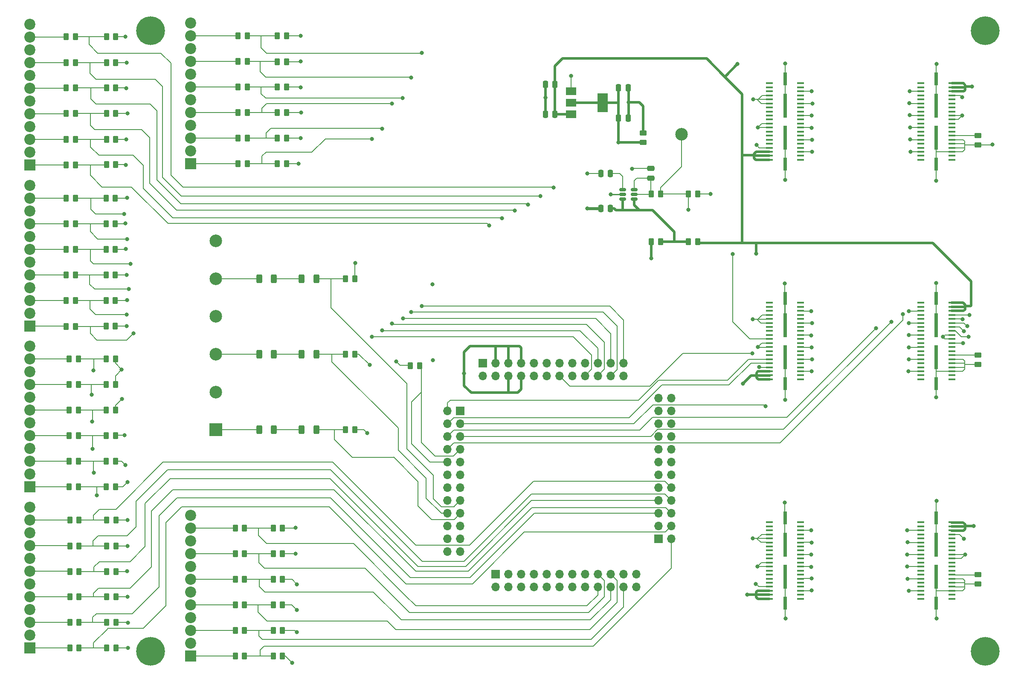
<source format=gbr>
%TF.GenerationSoftware,KiCad,Pcbnew,7.0.7*%
%TF.CreationDate,2023-08-23T16:32:02-04:00*%
%TF.ProjectId,Mux64,4d757836-342e-46b6-9963-61645f706362,rev?*%
%TF.SameCoordinates,Original*%
%TF.FileFunction,Copper,L1,Top*%
%TF.FilePolarity,Positive*%
%FSLAX46Y46*%
G04 Gerber Fmt 4.6, Leading zero omitted, Abs format (unit mm)*
G04 Created by KiCad (PCBNEW 7.0.7) date 2023-08-23 16:32:02*
%MOMM*%
%LPD*%
G01*
G04 APERTURE LIST*
G04 Aperture macros list*
%AMRoundRect*
0 Rectangle with rounded corners*
0 $1 Rounding radius*
0 $2 $3 $4 $5 $6 $7 $8 $9 X,Y pos of 4 corners*
0 Add a 4 corners polygon primitive as box body*
4,1,4,$2,$3,$4,$5,$6,$7,$8,$9,$2,$3,0*
0 Add four circle primitives for the rounded corners*
1,1,$1+$1,$2,$3*
1,1,$1+$1,$4,$5*
1,1,$1+$1,$6,$7*
1,1,$1+$1,$8,$9*
0 Add four rect primitives between the rounded corners*
20,1,$1+$1,$2,$3,$4,$5,0*
20,1,$1+$1,$4,$5,$6,$7,0*
20,1,$1+$1,$6,$7,$8,$9,0*
20,1,$1+$1,$8,$9,$2,$3,0*%
G04 Aperture macros list end*
%TA.AperFunction,ComponentPad*%
%ADD10R,1.700000X1.700000*%
%TD*%
%TA.AperFunction,ComponentPad*%
%ADD11O,1.700000X1.700000*%
%TD*%
%TA.AperFunction,SMDPad,CuDef*%
%ADD12RoundRect,0.250000X0.262500X0.450000X-0.262500X0.450000X-0.262500X-0.450000X0.262500X-0.450000X0*%
%TD*%
%TA.AperFunction,ComponentPad*%
%ADD13R,2.500000X2.500000*%
%TD*%
%TA.AperFunction,ComponentPad*%
%ADD14C,2.500000*%
%TD*%
%TA.AperFunction,SMDPad,CuDef*%
%ADD15RoundRect,0.250000X0.312500X0.625000X-0.312500X0.625000X-0.312500X-0.625000X0.312500X-0.625000X0*%
%TD*%
%TA.AperFunction,SMDPad,CuDef*%
%ADD16RoundRect,0.250000X0.250000X0.475000X-0.250000X0.475000X-0.250000X-0.475000X0.250000X-0.475000X0*%
%TD*%
%TA.AperFunction,SMDPad,CuDef*%
%ADD17RoundRect,0.150000X-0.512500X-0.150000X0.512500X-0.150000X0.512500X0.150000X-0.512500X0.150000X0*%
%TD*%
%TA.AperFunction,SMDPad,CuDef*%
%ADD18RoundRect,0.250000X0.450000X-0.262500X0.450000X0.262500X-0.450000X0.262500X-0.450000X-0.262500X0*%
%TD*%
%TA.AperFunction,SMDPad,CuDef*%
%ADD19RoundRect,0.250000X-0.250000X-0.475000X0.250000X-0.475000X0.250000X0.475000X-0.250000X0.475000X0*%
%TD*%
%TA.AperFunction,SMDPad,CuDef*%
%ADD20RoundRect,0.250000X-0.262500X-0.450000X0.262500X-0.450000X0.262500X0.450000X-0.262500X0.450000X0*%
%TD*%
%TA.AperFunction,SMDPad,CuDef*%
%ADD21RoundRect,0.250000X-0.475000X0.250000X-0.475000X-0.250000X0.475000X-0.250000X0.475000X0.250000X0*%
%TD*%
%TA.AperFunction,ComponentPad*%
%ADD22R,2.200000X2.200000*%
%TD*%
%TA.AperFunction,ComponentPad*%
%ADD23C,2.200000*%
%TD*%
%TA.AperFunction,SMDPad,CuDef*%
%ADD24R,2.000000X1.500000*%
%TD*%
%TA.AperFunction,SMDPad,CuDef*%
%ADD25R,2.000000X3.800000*%
%TD*%
%TA.AperFunction,SMDPad,CuDef*%
%ADD26R,1.450000X0.460000*%
%TD*%
%TA.AperFunction,SMDPad,CuDef*%
%ADD27R,0.640000X2.540000*%
%TD*%
%TA.AperFunction,SMDPad,CuDef*%
%ADD28R,0.640000X4.700000*%
%TD*%
%TA.AperFunction,SMDPad,CuDef*%
%ADD29C,2.500000*%
%TD*%
%TA.AperFunction,WasherPad*%
%ADD30C,5.700000*%
%TD*%
%TA.AperFunction,SMDPad,CuDef*%
%ADD31RoundRect,0.250000X-0.450000X0.262500X-0.450000X-0.262500X0.450000X-0.262500X0.450000X0.262500X0*%
%TD*%
%TA.AperFunction,ViaPad*%
%ADD32C,0.800000*%
%TD*%
%TA.AperFunction,Conductor*%
%ADD33C,0.152400*%
%TD*%
%TA.AperFunction,Conductor*%
%ADD34C,0.500000*%
%TD*%
%TA.AperFunction,Conductor*%
%ADD35C,0.250000*%
%TD*%
%TA.AperFunction,Conductor*%
%ADD36C,0.200000*%
%TD*%
%TA.AperFunction,Conductor*%
%ADD37C,0.600000*%
%TD*%
G04 APERTURE END LIST*
D10*
%TO.P,J9,1,Pin_1*%
%TO.N,unconnected-(J9-Pin_1-Pad1)*%
X185840000Y-129310000D03*
D11*
%TO.P,J9,2,Pin_2*%
%TO.N,MUX64_A34*%
X188380000Y-129310000D03*
%TO.P,J9,3,Pin_3*%
%TO.N,MUX64_A36*%
X185840000Y-126770000D03*
%TO.P,J9,4,Pin_4*%
%TO.N,MUX64_A35*%
X188380000Y-126770000D03*
%TO.P,J9,5,Pin_5*%
%TO.N,MUX64_A38*%
X185840000Y-124230000D03*
%TO.P,J9,6,Pin_6*%
%TO.N,MUX64_A37*%
X188380000Y-124230000D03*
%TO.P,J9,7,Pin_7*%
%TO.N,MUX64_A40*%
X185840000Y-121690000D03*
%TO.P,J9,8,Pin_8*%
%TO.N,MUX64_A39*%
X188380000Y-121690000D03*
%TO.P,J9,9,Pin_9*%
%TO.N,MUX64_A11*%
X185840000Y-119150000D03*
%TO.P,J9,10,Pin_10*%
%TO.N,MUX64_A41*%
X188380000Y-119150000D03*
%TO.P,J9,11,Pin_11*%
%TO.N,MUX64_A11*%
X185840000Y-116610000D03*
%TO.P,J9,12,Pin_12*%
X188380000Y-116610000D03*
%TO.P,J9,13,Pin_13*%
X185840000Y-114070000D03*
%TO.P,J9,14,Pin_14*%
X188380000Y-114070000D03*
%TO.P,J9,15,Pin_15*%
X185840000Y-111530000D03*
%TO.P,J9,16,Pin_16*%
X188380000Y-111530000D03*
%TO.P,J9,17,Pin_17*%
X185840000Y-108990000D03*
%TO.P,J9,18,Pin_18*%
X188380000Y-108990000D03*
%TO.P,J9,19,Pin_19*%
X185840000Y-106450000D03*
%TO.P,J9,20,Pin_20*%
X188380000Y-106450000D03*
%TO.P,J9,21,Pin_21*%
%TO.N,unconnected-(J9-Pin_21-Pad21)*%
X185840000Y-103910000D03*
%TO.P,J9,22,Pin_22*%
%TO.N,MUX64_A11*%
X188380000Y-103910000D03*
%TO.P,J9,23,Pin_23*%
X185840000Y-101370000D03*
%TO.P,J9,24,Pin_24*%
X188380000Y-101370000D03*
%TD*%
D10*
%TO.P,J10,1,Pin_1*%
%TO.N,MUX64_A11*%
X150915000Y-94385000D03*
D11*
%TO.P,J10,2,Pin_2*%
X150915000Y-96925000D03*
%TO.P,J10,3,Pin_3*%
%TO.N,1.2V*%
X153455000Y-94385000D03*
%TO.P,J10,4,Pin_4*%
%TO.N,unconnected-(J10-Pin_4-Pad4)*%
X153455000Y-96925000D03*
%TO.P,J10,5,Pin_5*%
%TO.N,1.2V*%
X155995000Y-94385000D03*
%TO.P,J10,6,Pin_6*%
X155995000Y-96925000D03*
%TO.P,J10,7,Pin_7*%
X158535000Y-94385000D03*
%TO.P,J10,8,Pin_8*%
X158535000Y-96925000D03*
%TO.P,J10,9,Pin_9*%
%TO.N,MUX64_A11*%
X161075000Y-94385000D03*
%TO.P,J10,10,Pin_10*%
X161075000Y-96925000D03*
%TO.P,J10,11,Pin_11*%
X163615000Y-94385000D03*
%TO.P,J10,12,Pin_12*%
X163615000Y-96925000D03*
%TO.P,J10,13,Pin_13*%
%TO.N,B_a4*%
X166155000Y-94385000D03*
%TO.P,J10,14,Pin_14*%
%TO.N,B_a0(MUX_OUT)*%
X166155000Y-96925000D03*
%TO.P,J10,15,Pin_15*%
%TO.N,MUX64_A11*%
X168695000Y-94385000D03*
%TO.P,J10,16,Pin_16*%
X168695000Y-96925000D03*
%TO.P,J10,17,Pin_17*%
X171235000Y-94385000D03*
%TO.P,J10,18,Pin_18*%
%TO.N,MUX64_A60*%
X171235000Y-96925000D03*
%TO.P,J10,19,Pin_19*%
%TO.N,MUX64_A57*%
X173775000Y-94385000D03*
%TO.P,J10,20,Pin_20*%
%TO.N,MUX64_A58*%
X173775000Y-96925000D03*
%TO.P,J10,21,Pin_21*%
%TO.N,MUX64_A55*%
X176315000Y-94385000D03*
%TO.P,J10,22,Pin_22*%
%TO.N,MUX64_A56*%
X176315000Y-96925000D03*
%TO.P,J10,23,Pin_23*%
%TO.N,MUX64_A54*%
X178855000Y-94385000D03*
%TO.P,J10,24,Pin_24*%
%TO.N,unconnected-(J10-Pin_24-Pad24)*%
X178855000Y-96925000D03*
%TD*%
D10*
%TO.P,J8,1,Pin_1*%
%TO.N,unconnected-(J8-Pin_1-Pad1)*%
X153455000Y-136295000D03*
D11*
%TO.P,J8,2,Pin_2*%
%TO.N,MUX64_A11*%
X153455000Y-138835000D03*
%TO.P,J8,3,Pin_3*%
%TO.N,MUX64_A16*%
X155995000Y-136295000D03*
%TO.P,J8,4,Pin_4*%
%TO.N,MUX64_A15*%
X155995000Y-138835000D03*
%TO.P,J8,5,Pin_5*%
%TO.N,MUX64_A18*%
X158535000Y-136295000D03*
%TO.P,J8,6,Pin_6*%
%TO.N,MUX64_A17*%
X158535000Y-138835000D03*
%TO.P,J8,7,Pin_7*%
%TO.N,MUX64_A20*%
X161075000Y-136295000D03*
%TO.P,J8,8,Pin_8*%
%TO.N,MUX64_A19*%
X161075000Y-138835000D03*
%TO.P,J8,9,Pin_9*%
%TO.N,MUX64_A22*%
X163615000Y-136295000D03*
%TO.P,J8,10,Pin_10*%
%TO.N,MUX64_A21*%
X163615000Y-138835000D03*
%TO.P,J8,11,Pin_11*%
%TO.N,MUX64_A24*%
X166155000Y-136295000D03*
%TO.P,J8,12,Pin_12*%
%TO.N,MUX64_A23*%
X166155000Y-138835000D03*
%TO.P,J8,13,Pin_13*%
%TO.N,MUX64_A26*%
X168695000Y-136295000D03*
%TO.P,J8,14,Pin_14*%
%TO.N,MUX64_A25*%
X168695000Y-138835000D03*
%TO.P,J8,15,Pin_15*%
%TO.N,MUX64_A11*%
X171235000Y-136295000D03*
%TO.P,J8,16,Pin_16*%
X171235000Y-138835000D03*
%TO.P,J8,17,Pin_17*%
%TO.N,MUX64_A30*%
X173775000Y-136295000D03*
%TO.P,J8,18,Pin_18*%
%TO.N,MUX64_A29*%
X173775000Y-138835000D03*
%TO.P,J8,19,Pin_19*%
%TO.N,MUX64_A32*%
X176315000Y-136295000D03*
%TO.P,J8,20,Pin_20*%
%TO.N,MUX64_A31*%
X176315000Y-138835000D03*
%TO.P,J8,21,Pin_21*%
%TO.N,unconnected-(J8-Pin_21-Pad21)*%
X178855000Y-136295000D03*
%TO.P,J8,22,Pin_22*%
%TO.N,MUX64_A33*%
X178855000Y-138835000D03*
%TO.P,J8,23,Pin_23*%
%TO.N,MUX64_A11*%
X181395000Y-136295000D03*
%TO.P,J8,24,Pin_24*%
X181395000Y-138835000D03*
%TD*%
D10*
%TO.P,J7,1,Pin_1*%
%TO.N,unconnected-(J7-Pin_1-Pad1)*%
X146470000Y-103910000D03*
D11*
%TO.P,J7,2,Pin_2*%
%TO.N,B_d5*%
X143930000Y-103910000D03*
%TO.P,J7,3,Pin_3*%
%TO.N,B_d3*%
X146470000Y-106450000D03*
%TO.P,J7,4,Pin_4*%
%TO.N,B_d4*%
X143930000Y-106450000D03*
%TO.P,J7,5,Pin_5*%
%TO.N,B_d1*%
X146470000Y-108990000D03*
%TO.P,J7,6,Pin_6*%
%TO.N,B_d2*%
X143930000Y-108990000D03*
%TO.P,J7,7,Pin_7*%
%TO.N,MUX64_A0*%
X146470000Y-111530000D03*
%TO.P,J7,8,Pin_8*%
%TO.N,B_d0*%
X143930000Y-111530000D03*
%TO.P,J7,9,Pin_9*%
%TO.N,MUX64_A2*%
X146470000Y-114070000D03*
%TO.P,J7,10,Pin_10*%
%TO.N,MUX64_A0*%
X143930000Y-114070000D03*
%TO.P,J7,11,Pin_11*%
%TO.N,MUX64_A4*%
X146470000Y-116610000D03*
%TO.P,J7,12,Pin_12*%
%TO.N,MUX64_A3*%
X143930000Y-116610000D03*
%TO.P,J7,13,Pin_13*%
%TO.N,MUX64_A6*%
X146470000Y-119150000D03*
%TO.P,J7,14,Pin_14*%
%TO.N,MUX64_A5*%
X143930000Y-119150000D03*
%TO.P,J7,15,Pin_15*%
%TO.N,MUX64_A8*%
X146470000Y-121690000D03*
%TO.P,J7,16,Pin_16*%
%TO.N,MUX64_A7*%
X143930000Y-121690000D03*
%TO.P,J7,17,Pin_17*%
%TO.N,MUX64_A10*%
X146470000Y-124230000D03*
%TO.P,J7,18,Pin_18*%
%TO.N,MUX64_A9*%
X143930000Y-124230000D03*
%TO.P,J7,19,Pin_19*%
%TO.N,MUX64_A11*%
X146470000Y-126770000D03*
%TO.P,J7,20,Pin_20*%
X143930000Y-126770000D03*
%TO.P,J7,21,Pin_21*%
%TO.N,unconnected-(J7-Pin_21-Pad21)*%
X146470000Y-129310000D03*
%TO.P,J7,22,Pin_22*%
%TO.N,MUX64_A11*%
X143930000Y-129310000D03*
%TO.P,J7,23,Pin_23*%
X146470000Y-131850000D03*
%TO.P,J7,24,Pin_24*%
X143930000Y-131850000D03*
%TD*%
D12*
%TO.P,R46,1*%
%TO.N,MUX64_A11*%
X111152500Y-147490000D03*
%TO.P,R46,2*%
%TO.N,MUX64_A33*%
X109327500Y-147490000D03*
%TD*%
%TO.P,R98,1*%
%TO.N,MUX64_A11*%
X78045000Y-29590000D03*
%TO.P,R98,2*%
%TO.N,MUX64_A19*%
X76220000Y-29590000D03*
%TD*%
%TO.P,R39,1*%
%TO.N,MUX64_A11*%
X78002500Y-118943600D03*
%TO.P,R39,2*%
%TO.N,MUX64_A26*%
X76177500Y-118943600D03*
%TD*%
D13*
%TO.P,J12,1,Pin_1*%
%TO.N,/mux64-regulators/screw-terminals/HV0*%
X97920000Y-107640000D03*
D14*
%TO.P,J12,2,Pin_2*%
%TO.N,MUX64_A11*%
X97920000Y-100140000D03*
%TO.P,J12,3,Pin_3*%
%TO.N,/mux64-regulators/screw-terminals/HV1*%
X97920000Y-92640000D03*
%TO.P,J12,4,Pin_4*%
%TO.N,MUX64_A11*%
X97920000Y-85140000D03*
%TO.P,J12,5,Pin_5*%
%TO.N,/mux64-regulators/screw-terminals/HV2*%
X97920000Y-77640000D03*
%TO.P,J12,6,Pin_6*%
%TO.N,MUX64_A11*%
X97920000Y-70140000D03*
%TD*%
D15*
%TO.P,R22,1*%
%TO.N,Net-(R13-Pad2)*%
X109477500Y-77680000D03*
%TO.P,R22,2*%
%TO.N,/mux64-regulators/screw-terminals/HV2*%
X106552500Y-77680000D03*
%TD*%
D16*
%TO.P,C1,1*%
%TO.N,LV_RB*%
X165270000Y-45020000D03*
%TO.P,C1,2*%
%TO.N,MUX64_A11*%
X163370000Y-45020000D03*
%TD*%
D12*
%TO.P,R108,1*%
%TO.N,MUX64_A17*%
X70052500Y-39750000D03*
%TO.P,R108,2*%
%TO.N,Net-(J18-Pin_7)*%
X68227500Y-39750000D03*
%TD*%
D17*
%TO.P,U2,1,FILTER*%
%TO.N,Net-(U2-FILTER)*%
X178672500Y-59970000D03*
%TO.P,U2,2,GND*%
%TO.N,MUX64_A11*%
X178672500Y-60920000D03*
%TO.P,U2,3,EN*%
%TO.N,Net-(U2-EN)*%
X178672500Y-61870000D03*
%TO.P,U2,4,IN*%
X180947500Y-61870000D03*
%TO.P,U2,5,OUTS*%
%TO.N,Net-(U2-OUTF)*%
X180947500Y-60920000D03*
%TO.P,U2,6,OUTF*%
X180947500Y-59970000D03*
%TD*%
D18*
%TO.P,R2,2*%
%TO.N,/C_a3*%
X249230000Y-49227500D03*
%TO.P,R2,1*%
%TO.N,MUX64_A11*%
X249230000Y-51052500D03*
%TD*%
D12*
%TO.P,R97,1*%
%TO.N,MUX64_A11*%
X78045000Y-34710000D03*
%TO.P,R97,2*%
%TO.N,MUX64_A20*%
X76220000Y-34710000D03*
%TD*%
%TO.P,R58,1*%
%TO.N,MUX64_A33*%
X103622500Y-147500000D03*
%TO.P,R58,2*%
%TO.N,Net-(J14-Pin_3)*%
X101797500Y-147500000D03*
%TD*%
D19*
%TO.P,C3,1*%
%TO.N,1.2V*%
X177870000Y-39720000D03*
%TO.P,C3,2*%
%TO.N,MUX64_A11*%
X179770000Y-39720000D03*
%TD*%
D12*
%TO.P,R84,1*%
%TO.N,MUX64_A4*%
X70052500Y-71820000D03*
%TO.P,R84,2*%
%TO.N,Net-(J16-Pin_7)*%
X68227500Y-71820000D03*
%TD*%
%TO.P,R109,1*%
%TO.N,MUX64_A20*%
X70052500Y-34720000D03*
%TO.P,R109,2*%
%TO.N,Net-(J18-Pin_9)*%
X68227500Y-34720000D03*
%TD*%
%TO.P,R82,1*%
%TO.N,MUX64_A6*%
X70052500Y-81970000D03*
%TO.P,R82,2*%
%TO.N,Net-(J16-Pin_3)*%
X68227500Y-81970000D03*
%TD*%
%TO.P,R29,1*%
%TO.N,MUX64_A37*%
X70752500Y-140842800D03*
%TO.P,R29,2*%
%TO.N,Net-(J11-Pin_5)*%
X68927500Y-140842800D03*
%TD*%
D15*
%TO.P,R14,1*%
%TO.N,Net-(R11-Pad2)*%
X109477500Y-107660000D03*
%TO.P,R14,2*%
%TO.N,/mux64-regulators/screw-terminals/HV0*%
X106552500Y-107660000D03*
%TD*%
%TO.P,R12,1*%
%TO.N,MUX64_A9*%
X117867500Y-92620000D03*
%TO.P,R12,2*%
%TO.N,Net-(R12-Pad2)*%
X114942500Y-92620000D03*
%TD*%
D12*
%TO.P,R70,1*%
%TO.N,MUX64_A11*%
X77970000Y-81940000D03*
%TO.P,R70,2*%
%TO.N,MUX64_A6*%
X76145000Y-81940000D03*
%TD*%
D20*
%TO.P,R5,1*%
%TO.N,Net-(U2-EN)*%
X191739500Y-70317000D03*
%TO.P,R5,2*%
%TO.N,LV_RB*%
X193564500Y-70317000D03*
%TD*%
D12*
%TO.P,R92,1*%
%TO.N,MUX64_A11*%
X111952500Y-34550000D03*
%TO.P,R92,2*%
%TO.N,MUX64_A56*%
X110127500Y-34550000D03*
%TD*%
D15*
%TO.P,R11,1*%
%TO.N,MUX64_A10*%
X117867500Y-107660000D03*
%TO.P,R11,2*%
%TO.N,Net-(R11-Pad2)*%
X114942500Y-107660000D03*
%TD*%
D12*
%TO.P,R27,1*%
%TO.N,MUX64_A35*%
X70752500Y-151002800D03*
%TO.P,R27,2*%
%TO.N,Net-(J11-Pin_1)*%
X68927500Y-151002800D03*
%TD*%
%TO.P,R40,1*%
%TO.N,MUX64_A11*%
X111152500Y-152550000D03*
%TO.P,R40,2*%
%TO.N,MUX64_A34*%
X109327500Y-152550000D03*
%TD*%
D21*
%TO.P,C8,1*%
%TO.N,MUX64_A11*%
X184320000Y-55770000D03*
%TO.P,C8,2*%
%TO.N,Net-(U2-OUTF)*%
X184320000Y-57670000D03*
%TD*%
D16*
%TO.P,C5,1*%
%TO.N,Net-(U2-FILTER)*%
X176270000Y-56720000D03*
%TO.P,C5,2*%
%TO.N,MUX64_A11*%
X174370000Y-56720000D03*
%TD*%
D12*
%TO.P,R64,1*%
%TO.N,MUX64_A11*%
X77970000Y-87080000D03*
%TO.P,R64,2*%
%TO.N,MUX64_A7*%
X76145000Y-87080000D03*
%TD*%
%TO.P,R48,1*%
%TO.N,MUX64_A11*%
X111152500Y-137340000D03*
%TO.P,R48,2*%
%TO.N,MUX64_A31*%
X109327500Y-137340000D03*
%TD*%
%TO.P,R16,1*%
%TO.N,MUX64_A11*%
X78112500Y-145938800D03*
%TO.P,R16,2*%
%TO.N,MUX64_A38*%
X76287500Y-145938800D03*
%TD*%
%TO.P,R28,1*%
%TO.N,MUX64_A38*%
X70752500Y-145922800D03*
%TO.P,R28,2*%
%TO.N,Net-(J11-Pin_3)*%
X68927500Y-145922800D03*
%TD*%
%TO.P,R55,1*%
%TO.N,MUX64_A22*%
X70662500Y-98651000D03*
%TO.P,R55,2*%
%TO.N,Net-(J13-Pin_9)*%
X68837500Y-98651000D03*
%TD*%
%TO.P,R42,1*%
%TO.N,MUX64_A11*%
X78002500Y-108825800D03*
%TO.P,R42,2*%
%TO.N,MUX64_A24*%
X76177500Y-108825800D03*
%TD*%
%TO.P,R18,1*%
%TO.N,MUX64_A11*%
X78112500Y-135804200D03*
%TO.P,R18,2*%
%TO.N,MUX64_A40*%
X76287500Y-135804200D03*
%TD*%
D22*
%TO.P,J16,1,Pin_1*%
%TO.N,Net-(J16-Pin_1)*%
X61040000Y-87030000D03*
D23*
%TO.P,J16,2,Pin_2*%
%TO.N,MUX64_A11*%
X61040000Y-84490000D03*
%TO.P,J16,3,Pin_3*%
%TO.N,Net-(J16-Pin_3)*%
X61040000Y-81950000D03*
%TO.P,J16,4,Pin_4*%
%TO.N,MUX64_A11*%
X61040000Y-79410000D03*
%TO.P,J16,5,Pin_5*%
%TO.N,Net-(J16-Pin_5)*%
X61040000Y-76870000D03*
%TO.P,J16,6,Pin_6*%
%TO.N,MUX64_A11*%
X61040000Y-74330000D03*
%TO.P,J16,7,Pin_7*%
%TO.N,Net-(J16-Pin_7)*%
X61040000Y-71790000D03*
%TO.P,J16,8,Pin_8*%
%TO.N,MUX64_A11*%
X61040000Y-69250000D03*
%TO.P,J16,9,Pin_9*%
%TO.N,Net-(J16-Pin_9)*%
X61040000Y-66710000D03*
%TO.P,J16,10,Pin_10*%
%TO.N,MUX64_A11*%
X61040000Y-64170000D03*
%TO.P,J16,11,Pin_11*%
%TO.N,Net-(J16-Pin_11)*%
X61040000Y-61630000D03*
%TO.P,J16,12,Pin_12*%
%TO.N,MUX64_A11*%
X61040000Y-59090000D03*
%TD*%
D24*
%TO.P,U1,1,GND*%
%TO.N,MUX64_A11*%
X168420000Y-40420000D03*
%TO.P,U1,2,Vout*%
%TO.N,1.2V*%
X168420000Y-42720000D03*
D25*
X174720000Y-42720000D03*
D24*
%TO.P,U1,3,Vin*%
%TO.N,LV_RB*%
X168420000Y-45020000D03*
%TD*%
D12*
%TO.P,R87,1*%
%TO.N,MUX64_A11*%
X111952500Y-54830000D03*
%TO.P,R87,2*%
%TO.N,MUX64_A60*%
X110127500Y-54830000D03*
%TD*%
D26*
%TO.P,J1,01,01*%
%TO.N,/A_tin0_n*%
X237860000Y-141230000D03*
%TO.P,J1,02,02*%
%TO.N,/A_scl*%
X244040000Y-141230000D03*
%TO.P,J1,03,03*%
%TO.N,/A_tin0_p*%
X237860000Y-140430000D03*
%TO.P,J1,04,04*%
%TO.N,/A_sda*%
X244040000Y-140430000D03*
%TO.P,J1,05,05*%
%TO.N,MUX64_A11*%
X237860000Y-139630000D03*
%TO.P,J1,06,06*%
X244040000Y-139630000D03*
%TO.P,J1,07,07*%
%TO.N,/A_din1_n*%
X237860000Y-138830000D03*
%TO.P,J1,08,08*%
%TO.N,MUX64_A11*%
X244040000Y-138830000D03*
%TO.P,J1,09,09*%
%TO.N,/A_din1_p*%
X237860000Y-138030000D03*
%TO.P,J1,10,10*%
%TO.N,MUX64_A11*%
X244040000Y-138030000D03*
%TO.P,J1,11,11*%
X237860000Y-137230000D03*
%TO.P,J1,12,12*%
X244040000Y-137230000D03*
%TO.P,J1,13,13*%
%TO.N,/A_clk2_n*%
X237860000Y-136430000D03*
%TO.P,J1,14,14*%
%TO.N,/A_a3*%
X244040000Y-136430000D03*
%TO.P,J1,15,15*%
%TO.N,/A_clk2_p*%
X237860000Y-135630000D03*
%TO.P,J1,16,16*%
%TO.N,/A_a2*%
X244040000Y-135630000D03*
%TO.P,J1,17,17*%
%TO.N,MUX64_A11*%
X237860000Y-134830000D03*
%TO.P,J1,18,18*%
%TO.N,/A_a1*%
X244040000Y-134830000D03*
%TO.P,J1,19,19*%
%TO.N,/A_tin1_n*%
X237860000Y-134030000D03*
%TO.P,J1,20,20*%
%TO.N,/A_a0*%
X244040000Y-134030000D03*
%TO.P,J1,21,21*%
%TO.N,/A_tin1_p*%
X237860000Y-133230000D03*
%TO.P,J1,22,22*%
%TO.N,MUX64_A11*%
X244040000Y-133230000D03*
%TO.P,J1,23,23*%
X237860000Y-132430000D03*
%TO.P,J1,24,24*%
X244040000Y-132430000D03*
%TO.P,J1,25,25*%
%TO.N,/A_din2_n*%
X237860000Y-131630000D03*
%TO.P,J1,26,26*%
%TO.N,/A_d3*%
X244040000Y-131630000D03*
%TO.P,J1,27,27*%
%TO.N,/A_din2_p*%
X237860000Y-130830000D03*
%TO.P,J1,28,28*%
%TO.N,/A_d2*%
X244040000Y-130830000D03*
%TO.P,J1,29,29*%
%TO.N,MUX64_A11*%
X237860000Y-130030000D03*
%TO.P,J1,30,30*%
%TO.N,/A_d1*%
X244040000Y-130030000D03*
%TO.P,J1,31,31*%
%TO.N,/A_dout1_n*%
X237860000Y-129230000D03*
%TO.P,J1,32,32*%
%TO.N,/A_d0*%
X244040000Y-129230000D03*
%TO.P,J1,33,33*%
%TO.N,/A_dout1_p*%
X237860000Y-128430000D03*
%TO.P,J1,34,34*%
%TO.N,MUX64_A11*%
X244040000Y-128430000D03*
%TO.P,J1,35,35*%
X237860000Y-127630000D03*
%TO.P,J1,36,36*%
%TO.N,LV_RB*%
X244040000Y-127630000D03*
%TO.P,J1,37,37*%
%TO.N,/A_clk3_n*%
X237860000Y-126830000D03*
%TO.P,J1,38,38*%
%TO.N,LV_RB*%
X244040000Y-126830000D03*
%TO.P,J1,39,39*%
%TO.N,/A_clk3_p*%
X237860000Y-126030000D03*
%TO.P,J1,40,40*%
%TO.N,LV_RB*%
X244040000Y-126030000D03*
D27*
%TO.P,J1,G1,GND*%
%TO.N,MUX64_A11*%
X240950000Y-142075000D03*
D28*
%TO.P,J1,G2,GND*%
X240950000Y-136805000D03*
%TO.P,J1,G3,GND*%
X240950000Y-130455000D03*
D27*
%TO.P,J1,G4,GND*%
X240950000Y-125185000D03*
%TD*%
D12*
%TO.P,R90,1*%
%TO.N,MUX64_A11*%
X111952500Y-44670000D03*
%TO.P,R90,2*%
%TO.N,MUX64_A58*%
X110127500Y-44670000D03*
%TD*%
%TO.P,R106,1*%
%TO.N,MUX64_A15*%
X70052500Y-49950000D03*
%TO.P,R106,2*%
%TO.N,Net-(J18-Pin_3)*%
X68227500Y-49950000D03*
%TD*%
D15*
%TO.P,R21,1*%
%TO.N,Net-(R12-Pad2)*%
X109477500Y-92620000D03*
%TO.P,R21,2*%
%TO.N,/mux64-regulators/screw-terminals/HV1*%
X106552500Y-92620000D03*
%TD*%
D18*
%TO.P,R3,1*%
%TO.N,MUX64_A11*%
X249230000Y-94662500D03*
%TO.P,R3,2*%
%TO.N,/B_a3*%
X249230000Y-92837500D03*
%TD*%
D12*
%TO.P,R94,1*%
%TO.N,MUX64_A11*%
X78045000Y-49940000D03*
%TO.P,R94,2*%
%TO.N,MUX64_A15*%
X76220000Y-49940000D03*
%TD*%
%TO.P,R17,1*%
%TO.N,MUX64_A11*%
X78112500Y-140858800D03*
%TO.P,R17,2*%
%TO.N,MUX64_A37*%
X76287500Y-140858800D03*
%TD*%
D22*
%TO.P,J13,1,Pin_1*%
%TO.N,Net-(J13-Pin_1)*%
X61030000Y-118970000D03*
D23*
%TO.P,J13,2,Pin_2*%
%TO.N,MUX64_A11*%
X61030000Y-116430000D03*
%TO.P,J13,3,Pin_3*%
%TO.N,Net-(J13-Pin_3)*%
X61030000Y-113890000D03*
%TO.P,J13,4,Pin_4*%
%TO.N,MUX64_A11*%
X61030000Y-111350000D03*
%TO.P,J13,5,Pin_5*%
%TO.N,Net-(J13-Pin_5)*%
X61030000Y-108810000D03*
%TO.P,J13,6,Pin_6*%
%TO.N,MUX64_A11*%
X61030000Y-106270000D03*
%TO.P,J13,7,Pin_7*%
%TO.N,Net-(J13-Pin_7)*%
X61030000Y-103730000D03*
%TO.P,J13,8,Pin_8*%
%TO.N,MUX64_A11*%
X61030000Y-101190000D03*
%TO.P,J13,9,Pin_9*%
%TO.N,Net-(J13-Pin_9)*%
X61030000Y-98650000D03*
%TO.P,J13,10,Pin_10*%
%TO.N,MUX64_A11*%
X61030000Y-96110000D03*
%TO.P,J13,11,Pin_11*%
%TO.N,Net-(J13-Pin_11)*%
X61030000Y-93570000D03*
%TO.P,J13,12,Pin_12*%
%TO.N,MUX64_A11*%
X61030000Y-91030000D03*
%TD*%
D29*
%TO.P,TP1,1,1*%
%TO.N,B_a4*%
X190350000Y-48930000D03*
%TD*%
D30*
%TO.P,H2,*%
%TO.N,*%
X85000000Y-151680000D03*
%TD*%
D12*
%TO.P,R59,1*%
%TO.N,MUX64_A32*%
X103622500Y-142400000D03*
%TO.P,R59,2*%
%TO.N,Net-(J14-Pin_5)*%
X101797500Y-142400000D03*
%TD*%
%TO.P,R107,1*%
%TO.N,MUX64_A18*%
X70052500Y-44850000D03*
%TO.P,R107,2*%
%TO.N,Net-(J18-Pin_5)*%
X68227500Y-44850000D03*
%TD*%
%TO.P,R23,1*%
%TO.N,MUX64_A0*%
X138380000Y-94920000D03*
%TO.P,R23,2*%
%TO.N,MUX64_A11*%
X136555000Y-94920000D03*
%TD*%
%TO.P,R103,1*%
%TO.N,MUX64_A56*%
X104182500Y-34520000D03*
%TO.P,R103,2*%
%TO.N,Net-(J17-Pin_9)*%
X102357500Y-34520000D03*
%TD*%
%TO.P,R54,1*%
%TO.N,MUX64_A23*%
X70662500Y-103733400D03*
%TO.P,R54,2*%
%TO.N,Net-(J13-Pin_7)*%
X68837500Y-103733400D03*
%TD*%
D16*
%TO.P,C2,1*%
%TO.N,LV_RB*%
X165270000Y-39020000D03*
%TO.P,C2,2*%
%TO.N,MUX64_A11*%
X163370000Y-39020000D03*
%TD*%
D12*
%TO.P,R32,1*%
%TO.N,MUX64_A41*%
X70752500Y-125602800D03*
%TO.P,R32,2*%
%TO.N,Net-(J11-Pin_11)*%
X68927500Y-125602800D03*
%TD*%
%TO.P,R57,1*%
%TO.N,MUX64_A34*%
X103622500Y-152560000D03*
%TO.P,R57,2*%
%TO.N,Net-(J14-Pin_1)*%
X101797500Y-152560000D03*
%TD*%
%TO.P,R8,1*%
%TO.N,MUX64_A11*%
X125527500Y-107660000D03*
%TO.P,R8,2*%
%TO.N,MUX64_A10*%
X123702500Y-107660000D03*
%TD*%
D22*
%TO.P,J11,1,Pin_1*%
%TO.N,Net-(J11-Pin_1)*%
X61022500Y-151001000D03*
D23*
%TO.P,J11,2,Pin_2*%
%TO.N,MUX64_A11*%
X61022500Y-148461000D03*
%TO.P,J11,3,Pin_3*%
%TO.N,Net-(J11-Pin_3)*%
X61022500Y-145921000D03*
%TO.P,J11,4,Pin_4*%
%TO.N,MUX64_A11*%
X61022500Y-143381000D03*
%TO.P,J11,5,Pin_5*%
%TO.N,Net-(J11-Pin_5)*%
X61022500Y-140841000D03*
%TO.P,J11,6,Pin_6*%
%TO.N,MUX64_A11*%
X61022500Y-138301000D03*
%TO.P,J11,7,Pin_7*%
%TO.N,Net-(J11-Pin_7)*%
X61022500Y-135761000D03*
%TO.P,J11,8,Pin_8*%
%TO.N,MUX64_A11*%
X61022500Y-133221000D03*
%TO.P,J11,9,Pin_9*%
%TO.N,Net-(J11-Pin_9)*%
X61022500Y-130681000D03*
%TO.P,J11,10,Pin_10*%
%TO.N,MUX64_A11*%
X61022500Y-128141000D03*
%TO.P,J11,11,Pin_11*%
%TO.N,Net-(J11-Pin_11)*%
X61022500Y-125601000D03*
%TO.P,J11,12,Pin_12*%
%TO.N,MUX64_A11*%
X61022500Y-123061000D03*
%TD*%
D12*
%TO.P,R60,1*%
%TO.N,MUX64_A31*%
X103622500Y-137350000D03*
%TO.P,R60,2*%
%TO.N,Net-(J14-Pin_7)*%
X101797500Y-137350000D03*
%TD*%
%TO.P,R15,1*%
%TO.N,MUX64_A11*%
X78112500Y-151018800D03*
%TO.P,R15,2*%
%TO.N,MUX64_A35*%
X76287500Y-151018800D03*
%TD*%
D31*
%TO.P,R24,1*%
%TO.N,MUX64_A11*%
X182790000Y-48717500D03*
%TO.P,R24,2*%
%TO.N,1.2V*%
X182790000Y-50542500D03*
%TD*%
D12*
%TO.P,R85,1*%
%TO.N,MUX64_A3*%
X70052500Y-66740000D03*
%TO.P,R85,2*%
%TO.N,Net-(J16-Pin_9)*%
X68227500Y-66740000D03*
%TD*%
%TO.P,R50,1*%
%TO.N,MUX64_A11*%
X111152500Y-127160000D03*
%TO.P,R50,2*%
%TO.N,MUX64_A29*%
X109327500Y-127160000D03*
%TD*%
D30*
%TO.P,H1,*%
%TO.N,*%
X250700000Y-151680000D03*
%TD*%
D12*
%TO.P,R30,1*%
%TO.N,MUX64_A40*%
X70752500Y-135788200D03*
%TO.P,R30,2*%
%TO.N,Net-(J11-Pin_7)*%
X68927500Y-135788200D03*
%TD*%
%TO.P,R62,1*%
%TO.N,MUX64_A29*%
X103622500Y-127170000D03*
%TO.P,R62,2*%
%TO.N,Net-(J14-Pin_11)*%
X101797500Y-127170000D03*
%TD*%
%TO.P,R6,1*%
%TO.N,Net-(U2-EN)*%
X186223900Y-70317000D03*
%TO.P,R6,2*%
%TO.N,MUX64_A11*%
X184398900Y-70317000D03*
%TD*%
%TO.P,R99,1*%
%TO.N,MUX64_A60*%
X104182500Y-54800000D03*
%TO.P,R99,2*%
%TO.N,Net-(J17-Pin_1)*%
X102357500Y-54800000D03*
%TD*%
%TO.P,R20,1*%
%TO.N,MUX64_A11*%
X78112500Y-125618800D03*
%TO.P,R20,2*%
%TO.N,MUX64_A41*%
X76287500Y-125618800D03*
%TD*%
D15*
%TO.P,R13,1*%
%TO.N,MUX64_A8*%
X117867500Y-77680000D03*
%TO.P,R13,2*%
%TO.N,Net-(R13-Pad2)*%
X114942500Y-77680000D03*
%TD*%
D12*
%TO.P,R61,1*%
%TO.N,MUX64_A30*%
X103622500Y-132240000D03*
%TO.P,R61,2*%
%TO.N,Net-(J14-Pin_9)*%
X101797500Y-132240000D03*
%TD*%
%TO.P,R95,1*%
%TO.N,MUX64_A11*%
X78045000Y-44840000D03*
%TO.P,R95,2*%
%TO.N,MUX64_A18*%
X76220000Y-44840000D03*
%TD*%
%TO.P,R71,1*%
%TO.N,MUX64_A11*%
X77970000Y-76870000D03*
%TO.P,R71,2*%
%TO.N,MUX64_A5*%
X76145000Y-76870000D03*
%TD*%
%TO.P,R53,1*%
%TO.N,MUX64_A24*%
X70662500Y-108825800D03*
%TO.P,R53,2*%
%TO.N,Net-(J13-Pin_5)*%
X68837500Y-108825800D03*
%TD*%
D22*
%TO.P,J18,1,Pin_1*%
%TO.N,Net-(J18-Pin_1)*%
X61050000Y-55030000D03*
D23*
%TO.P,J18,2,Pin_2*%
%TO.N,MUX64_A11*%
X61050000Y-52490000D03*
%TO.P,J18,3,Pin_3*%
%TO.N,Net-(J18-Pin_3)*%
X61050000Y-49950000D03*
%TO.P,J18,4,Pin_4*%
%TO.N,MUX64_A11*%
X61050000Y-47410000D03*
%TO.P,J18,5,Pin_5*%
%TO.N,Net-(J18-Pin_5)*%
X61050000Y-44870000D03*
%TO.P,J18,6,Pin_6*%
%TO.N,MUX64_A11*%
X61050000Y-42330000D03*
%TO.P,J18,7,Pin_7*%
%TO.N,Net-(J18-Pin_7)*%
X61050000Y-39790000D03*
%TO.P,J18,8,Pin_8*%
%TO.N,MUX64_A11*%
X61050000Y-37250000D03*
%TO.P,J18,9,Pin_9*%
%TO.N,Net-(J18-Pin_9)*%
X61050000Y-34710000D03*
%TO.P,J18,10,Pin_10*%
%TO.N,MUX64_A11*%
X61050000Y-32170000D03*
%TO.P,J18,11,Pin_11*%
%TO.N,Net-(J18-Pin_11)*%
X61050000Y-29630000D03*
%TO.P,J18,12,Pin_12*%
%TO.N,MUX64_A11*%
X61050000Y-27090000D03*
%TD*%
D26*
%TO.P,J4,01,01*%
%TO.N,LV_RB*%
X207860000Y-54030000D03*
%TO.P,J4,02,02*%
%TO.N,/C_clk1_p*%
X214040000Y-54030000D03*
%TO.P,J4,03,03*%
%TO.N,LV_RB*%
X207860000Y-53230000D03*
%TO.P,J4,04,04*%
%TO.N,/C_clk1_0*%
X214040000Y-53230000D03*
%TO.P,J4,05,05*%
%TO.N,LV_RB*%
X207860000Y-52430000D03*
%TO.P,J4,06,06*%
%TO.N,MUX64_A11*%
X214040000Y-52430000D03*
%TO.P,J4,07,07*%
X207860000Y-51630000D03*
%TO.P,J4,08,08*%
%TO.N,/C_dout0_p*%
X214040000Y-51630000D03*
%TO.P,J4,09,09*%
%TO.N,/C_d4*%
X207860000Y-50830000D03*
%TO.P,J4,10,10*%
%TO.N,/C_dout0_n*%
X214040000Y-50830000D03*
%TO.P,J4,11,11*%
%TO.N,/C_d5*%
X207860000Y-50030000D03*
%TO.P,J4,12,12*%
%TO.N,MUX64_A11*%
X214040000Y-50030000D03*
%TO.P,J4,13,13*%
%TO.N,/C_d6*%
X207860000Y-49230000D03*
%TO.P,J4,14,14*%
%TO.N,/C_din3_n*%
X214040000Y-49230000D03*
%TO.P,J4,15,15*%
%TO.N,/C_d7*%
X207860000Y-48430000D03*
%TO.P,J4,16,16*%
%TO.N,/C_din3_p*%
X214040000Y-48430000D03*
%TO.P,J4,17,17*%
%TO.N,MUX64_A11*%
X207860000Y-47630000D03*
%TO.P,J4,18,18*%
X214040000Y-47630000D03*
%TO.P,J4,19,19*%
X207860000Y-46830000D03*
%TO.P,J4,20,20*%
%TO.N,/C_tin3_p*%
X214040000Y-46830000D03*
%TO.P,J4,21,21*%
%TO.N,/C_a4*%
X207860000Y-46030000D03*
%TO.P,J4,22,22*%
%TO.N,/C_tin3_n*%
X214040000Y-46030000D03*
%TO.P,J4,23,23*%
%TO.N,/C_a5*%
X207860000Y-45230000D03*
%TO.P,J4,24,24*%
%TO.N,MUX64_A11*%
X214040000Y-45230000D03*
%TO.P,J4,25,25*%
%TO.N,/C_a6*%
X207860000Y-44430000D03*
%TO.P,J4,26,26*%
%TO.N,/C_clk0_p*%
X214040000Y-44430000D03*
%TO.P,J4,27,27*%
%TO.N,/C_a7*%
X207860000Y-43630000D03*
%TO.P,J4,28,28*%
%TO.N,/C_clk0_n*%
X214040000Y-43630000D03*
%TO.P,J4,29,29*%
%TO.N,MUX64_A11*%
X207860000Y-42830000D03*
%TO.P,J4,30,30*%
X214040000Y-42830000D03*
%TO.P,J4,31,31*%
X207860000Y-42030000D03*
%TO.P,J4,32,32*%
%TO.N,/C_din0_n*%
X214040000Y-42030000D03*
%TO.P,J4,33,33*%
%TO.N,MUX64_A11*%
X207860000Y-41230000D03*
%TO.P,J4,34,34*%
%TO.N,/C_din0_p*%
X214040000Y-41230000D03*
%TO.P,J4,35,35*%
%TO.N,/C_addr4*%
X207860000Y-40430000D03*
%TO.P,J4,36,36*%
%TO.N,MUX64_A11*%
X214040000Y-40430000D03*
%TO.P,J4,37,37*%
%TO.N,/C_addr3*%
X207860000Y-39630000D03*
%TO.P,J4,38,38*%
%TO.N,/C_tin2_p*%
X214040000Y-39630000D03*
%TO.P,J4,39,39*%
%TO.N,/C_addr2*%
X207860000Y-38830000D03*
%TO.P,J4,40,40*%
%TO.N,/C_tin2_n*%
X214040000Y-38830000D03*
D27*
%TO.P,J4,G1,GND*%
%TO.N,MUX64_A11*%
X210950000Y-54875000D03*
D28*
%TO.P,J4,G2,GND*%
X210950000Y-49605000D03*
%TO.P,J4,G3,GND*%
X210950000Y-43255000D03*
D27*
%TO.P,J4,G4,GND*%
X210950000Y-37985000D03*
%TD*%
D12*
%TO.P,R91,1*%
%TO.N,MUX64_A11*%
X111952500Y-39560000D03*
%TO.P,R91,2*%
%TO.N,MUX64_A55*%
X110127500Y-39560000D03*
%TD*%
%TO.P,R73,1*%
%TO.N,MUX64_A11*%
X77970000Y-66710000D03*
%TO.P,R73,2*%
%TO.N,MUX64_A3*%
X76145000Y-66710000D03*
%TD*%
%TO.P,R93,1*%
%TO.N,MUX64_A11*%
X111952500Y-29410000D03*
%TO.P,R93,2*%
%TO.N,MUX64_A54*%
X110127500Y-29410000D03*
%TD*%
%TO.P,R43,1*%
%TO.N,MUX64_A11*%
X78002500Y-103733400D03*
%TO.P,R43,2*%
%TO.N,MUX64_A23*%
X76177500Y-103733400D03*
%TD*%
%TO.P,R10,1*%
%TO.N,MUX64_A11*%
X125527500Y-77680000D03*
%TO.P,R10,2*%
%TO.N,MUX64_A8*%
X123702500Y-77680000D03*
%TD*%
%TO.P,R45,1*%
%TO.N,MUX64_A11*%
X78002500Y-93554200D03*
%TO.P,R45,2*%
%TO.N,MUX64_A21*%
X76177500Y-93554200D03*
%TD*%
%TO.P,R102,1*%
%TO.N,MUX64_A55*%
X104182500Y-39530000D03*
%TO.P,R102,2*%
%TO.N,Net-(J17-Pin_7)*%
X102357500Y-39530000D03*
%TD*%
D22*
%TO.P,J14,1,Pin_1*%
%TO.N,Net-(J14-Pin_1)*%
X92920000Y-152570000D03*
D23*
%TO.P,J14,2,Pin_2*%
%TO.N,MUX64_A11*%
X92920000Y-150030000D03*
%TO.P,J14,3,Pin_3*%
%TO.N,Net-(J14-Pin_3)*%
X92920000Y-147490000D03*
%TO.P,J14,4,Pin_4*%
%TO.N,MUX64_A11*%
X92920000Y-144950000D03*
%TO.P,J14,5,Pin_5*%
%TO.N,Net-(J14-Pin_5)*%
X92920000Y-142410000D03*
%TO.P,J14,6,Pin_6*%
%TO.N,MUX64_A11*%
X92920000Y-139870000D03*
%TO.P,J14,7,Pin_7*%
%TO.N,Net-(J14-Pin_7)*%
X92920000Y-137330000D03*
%TO.P,J14,8,Pin_8*%
%TO.N,MUX64_A11*%
X92920000Y-134790000D03*
%TO.P,J14,9,Pin_9*%
%TO.N,Net-(J14-Pin_9)*%
X92920000Y-132250000D03*
%TO.P,J14,10,Pin_10*%
%TO.N,MUX64_A11*%
X92920000Y-129710000D03*
%TO.P,J14,11,Pin_11*%
%TO.N,Net-(J14-Pin_11)*%
X92920000Y-127170000D03*
%TO.P,J14,12,Pin_12*%
%TO.N,MUX64_A11*%
X92920000Y-124630000D03*
%TD*%
D22*
%TO.P,J17,1,Pin_1*%
%TO.N,Net-(J17-Pin_1)*%
X92920000Y-54800000D03*
D23*
%TO.P,J17,2,Pin_2*%
%TO.N,MUX64_A11*%
X92920000Y-52260000D03*
%TO.P,J17,3,Pin_3*%
%TO.N,Net-(J17-Pin_3)*%
X92920000Y-49720000D03*
%TO.P,J17,4,Pin_4*%
%TO.N,MUX64_A11*%
X92920000Y-47180000D03*
%TO.P,J17,5,Pin_5*%
%TO.N,Net-(J17-Pin_5)*%
X92920000Y-44640000D03*
%TO.P,J17,6,Pin_6*%
%TO.N,MUX64_A11*%
X92920000Y-42100000D03*
%TO.P,J17,7,Pin_7*%
%TO.N,Net-(J17-Pin_7)*%
X92920000Y-39560000D03*
%TO.P,J17,8,Pin_8*%
%TO.N,MUX64_A11*%
X92920000Y-37020000D03*
%TO.P,J17,9,Pin_9*%
%TO.N,Net-(J17-Pin_9)*%
X92920000Y-34480000D03*
%TO.P,J17,10,Pin_10*%
%TO.N,MUX64_A11*%
X92920000Y-31940000D03*
%TO.P,J17,11,Pin_11*%
%TO.N,Net-(J17-Pin_11)*%
X92920000Y-29400000D03*
%TO.P,J17,12,Pin_12*%
%TO.N,MUX64_A11*%
X92920000Y-26860000D03*
%TD*%
D12*
%TO.P,R110,1*%
%TO.N,MUX64_A19*%
X70052500Y-29600000D03*
%TO.P,R110,2*%
%TO.N,Net-(J18-Pin_11)*%
X68227500Y-29600000D03*
%TD*%
%TO.P,R96,1*%
%TO.N,MUX64_A11*%
X78045000Y-39740000D03*
%TO.P,R96,2*%
%TO.N,MUX64_A17*%
X76220000Y-39740000D03*
%TD*%
D26*
%TO.P,J5,01,01*%
%TO.N,/B_tin0_n*%
X237860000Y-97630000D03*
%TO.P,J5,02,02*%
%TO.N,/scl*%
X244040000Y-97630000D03*
%TO.P,J5,03,03*%
%TO.N,/B_tin0_p*%
X237860000Y-96830000D03*
%TO.P,J5,04,04*%
%TO.N,/sda*%
X244040000Y-96830000D03*
%TO.P,J5,05,05*%
%TO.N,MUX64_A11*%
X237860000Y-96030000D03*
%TO.P,J5,06,06*%
X244040000Y-96030000D03*
%TO.P,J5,07,07*%
%TO.N,/B_din1_n*%
X237860000Y-95230000D03*
%TO.P,J5,08,08*%
%TO.N,MUX64_A11*%
X244040000Y-95230000D03*
%TO.P,J5,09,09*%
%TO.N,/B_din1_p*%
X237860000Y-94430000D03*
%TO.P,J5,10,10*%
%TO.N,MUX64_A11*%
X244040000Y-94430000D03*
%TO.P,J5,11,11*%
X237860000Y-93630000D03*
%TO.P,J5,12,12*%
X244040000Y-93630000D03*
%TO.P,J5,13,13*%
%TO.N,/B_clk2_n*%
X237860000Y-92830000D03*
%TO.P,J5,14,14*%
%TO.N,/B_a3*%
X244040000Y-92830000D03*
%TO.P,J5,15,15*%
%TO.N,/B_clk2_p*%
X237860000Y-92030000D03*
%TO.P,J5,16,16*%
%TO.N,/B_a2*%
X244040000Y-92030000D03*
%TO.P,J5,17,17*%
%TO.N,MUX64_A11*%
X237860000Y-91230000D03*
%TO.P,J5,18,18*%
%TO.N,/B_a1*%
X244040000Y-91230000D03*
%TO.P,J5,19,19*%
%TO.N,/B_tin1_n*%
X237860000Y-90430000D03*
%TO.P,J5,20,20*%
%TO.N,B_a0(MUX_OUT)*%
X244040000Y-90430000D03*
%TO.P,J5,21,21*%
%TO.N,/B_tin1_p*%
X237860000Y-89630000D03*
%TO.P,J5,22,22*%
%TO.N,MUX64_A11*%
X244040000Y-89630000D03*
%TO.P,J5,23,23*%
X237860000Y-88830000D03*
%TO.P,J5,24,24*%
X244040000Y-88830000D03*
%TO.P,J5,25,25*%
%TO.N,/B_din2_n*%
X237860000Y-88030000D03*
%TO.P,J5,26,26*%
%TO.N,B_d3*%
X244040000Y-88030000D03*
%TO.P,J5,27,27*%
%TO.N,/B_din2_p*%
X237860000Y-87230000D03*
%TO.P,J5,28,28*%
%TO.N,B_d2*%
X244040000Y-87230000D03*
%TO.P,J5,29,29*%
%TO.N,MUX64_A11*%
X237860000Y-86430000D03*
%TO.P,J5,30,30*%
%TO.N,B_d1*%
X244040000Y-86430000D03*
%TO.P,J5,31,31*%
%TO.N,/B_dout1_n*%
X237860000Y-85630000D03*
%TO.P,J5,32,32*%
%TO.N,B_d0*%
X244040000Y-85630000D03*
%TO.P,J5,33,33*%
%TO.N,/B_dout1_p*%
X237860000Y-84830000D03*
%TO.P,J5,34,34*%
%TO.N,MUX64_A11*%
X244040000Y-84830000D03*
%TO.P,J5,35,35*%
X237860000Y-84030000D03*
%TO.P,J5,36,36*%
%TO.N,LV_RB*%
X244040000Y-84030000D03*
%TO.P,J5,37,37*%
%TO.N,/B_clk3_n*%
X237860000Y-83230000D03*
%TO.P,J5,38,38*%
%TO.N,LV_RB*%
X244040000Y-83230000D03*
%TO.P,J5,39,39*%
%TO.N,/B_clk3_p*%
X237860000Y-82430000D03*
%TO.P,J5,40,40*%
%TO.N,LV_RB*%
X244040000Y-82430000D03*
D27*
%TO.P,J5,G1,GND*%
%TO.N,MUX64_A11*%
X240950000Y-98475000D03*
D28*
%TO.P,J5,G2,GND*%
X240950000Y-93205000D03*
%TO.P,J5,G3,GND*%
X240950000Y-86855000D03*
D27*
%TO.P,J5,G4,GND*%
X240950000Y-81585000D03*
%TD*%
D26*
%TO.P,J6,01,01*%
%TO.N,LV_RB*%
X207860000Y-97630000D03*
%TO.P,J6,02,02*%
%TO.N,/B_clk1_p*%
X214040000Y-97630000D03*
%TO.P,J6,03,03*%
%TO.N,LV_RB*%
X207860000Y-96830000D03*
%TO.P,J6,04,04*%
%TO.N,/B_clk1_0*%
X214040000Y-96830000D03*
%TO.P,J6,05,05*%
%TO.N,LV_RB*%
X207860000Y-96030000D03*
%TO.P,J6,06,06*%
%TO.N,MUX64_A11*%
X214040000Y-96030000D03*
%TO.P,J6,07,07*%
X207860000Y-95230000D03*
%TO.P,J6,08,08*%
%TO.N,/B_dout0_p*%
X214040000Y-95230000D03*
%TO.P,J6,09,09*%
%TO.N,B_d4*%
X207860000Y-94430000D03*
%TO.P,J6,10,10*%
%TO.N,/B_dout0_n*%
X214040000Y-94430000D03*
%TO.P,J6,11,11*%
%TO.N,B_d5*%
X207860000Y-93630000D03*
%TO.P,J6,12,12*%
%TO.N,MUX64_A11*%
X214040000Y-93630000D03*
%TO.P,J6,13,13*%
%TO.N,/B_d6*%
X207860000Y-92830000D03*
%TO.P,J6,14,14*%
%TO.N,/B_din3_n*%
X214040000Y-92830000D03*
%TO.P,J6,15,15*%
%TO.N,/B_d7*%
X207860000Y-92030000D03*
%TO.P,J6,16,16*%
%TO.N,/B_din3_p*%
X214040000Y-92030000D03*
%TO.P,J6,17,17*%
%TO.N,MUX64_A11*%
X207860000Y-91230000D03*
%TO.P,J6,18,18*%
X214040000Y-91230000D03*
%TO.P,J6,19,19*%
X207860000Y-90430000D03*
%TO.P,J6,20,20*%
%TO.N,/B_tin3_p*%
X214040000Y-90430000D03*
%TO.P,J6,21,21*%
%TO.N,B_a4*%
X207860000Y-89630000D03*
%TO.P,J6,22,22*%
%TO.N,/B_tin3_n*%
X214040000Y-89630000D03*
%TO.P,J6,23,23*%
%TO.N,/B_a5*%
X207860000Y-88830000D03*
%TO.P,J6,24,24*%
%TO.N,MUX64_A11*%
X214040000Y-88830000D03*
%TO.P,J6,25,25*%
%TO.N,/B_a6*%
X207860000Y-88030000D03*
%TO.P,J6,26,26*%
%TO.N,/B_clk0_p*%
X214040000Y-88030000D03*
%TO.P,J6,27,27*%
%TO.N,/B_a7*%
X207860000Y-87230000D03*
%TO.P,J6,28,28*%
%TO.N,/B_clk0_n*%
X214040000Y-87230000D03*
%TO.P,J6,29,29*%
%TO.N,MUX64_A11*%
X207860000Y-86430000D03*
%TO.P,J6,30,30*%
X214040000Y-86430000D03*
%TO.P,J6,31,31*%
X207860000Y-85630000D03*
%TO.P,J6,32,32*%
%TO.N,/B_din0_n*%
X214040000Y-85630000D03*
%TO.P,J6,33,33*%
%TO.N,MUX64_A11*%
X207860000Y-84830000D03*
%TO.P,J6,34,34*%
%TO.N,/B_din0_p*%
X214040000Y-84830000D03*
%TO.P,J6,35,35*%
%TO.N,/B_addr4*%
X207860000Y-84030000D03*
%TO.P,J6,36,36*%
%TO.N,MUX64_A11*%
X214040000Y-84030000D03*
%TO.P,J6,37,37*%
%TO.N,/B_addr3*%
X207860000Y-83230000D03*
%TO.P,J6,38,38*%
%TO.N,/B_tin2_p*%
X214040000Y-83230000D03*
%TO.P,J6,39,39*%
%TO.N,/B_addr2*%
X207860000Y-82430000D03*
%TO.P,J6,40,40*%
%TO.N,/B_tin2_n*%
X214040000Y-82430000D03*
D27*
%TO.P,J6,G1,GND*%
%TO.N,MUX64_A11*%
X210950000Y-98475000D03*
D28*
%TO.P,J6,G2,GND*%
X210950000Y-93205000D03*
%TO.P,J6,G3,GND*%
X210950000Y-86855000D03*
D27*
%TO.P,J6,G4,GND*%
X210950000Y-81585000D03*
%TD*%
D12*
%TO.P,R9,1*%
%TO.N,MUX64_A11*%
X125527500Y-92620000D03*
%TO.P,R9,2*%
%TO.N,MUX64_A9*%
X123702500Y-92620000D03*
%TD*%
%TO.P,R74,1*%
%TO.N,MUX64_A11*%
X77970000Y-61620000D03*
%TO.P,R74,2*%
%TO.N,MUX64_A2*%
X76145000Y-61620000D03*
%TD*%
%TO.P,R41,1*%
%TO.N,MUX64_A11*%
X78002500Y-113889000D03*
%TO.P,R41,2*%
%TO.N,MUX64_A25*%
X76177500Y-113889000D03*
%TD*%
%TO.P,R51,1*%
%TO.N,MUX64_A26*%
X70662500Y-118943600D03*
%TO.P,R51,2*%
%TO.N,Net-(J13-Pin_1)*%
X68837500Y-118943600D03*
%TD*%
D27*
%TO.P,J2,G4,GND*%
%TO.N,MUX64_A11*%
X240950000Y-37985000D03*
D28*
%TO.P,J2,G3,GND*%
X240950000Y-43255000D03*
%TO.P,J2,G2,GND*%
X240950000Y-49605000D03*
D27*
%TO.P,J2,G1,GND*%
X240950000Y-54875000D03*
D26*
%TO.P,J2,40,40*%
%TO.N,LV_RB*%
X244040000Y-38830000D03*
%TO.P,J2,39,39*%
%TO.N,/C_clk3_p*%
X237860000Y-38830000D03*
%TO.P,J2,38,38*%
%TO.N,LV_RB*%
X244040000Y-39630000D03*
%TO.P,J2,37,37*%
%TO.N,/C_clk3_n*%
X237860000Y-39630000D03*
%TO.P,J2,36,36*%
%TO.N,LV_RB*%
X244040000Y-40430000D03*
%TO.P,J2,35,35*%
%TO.N,MUX64_A11*%
X237860000Y-40430000D03*
%TO.P,J2,34,34*%
X244040000Y-41230000D03*
%TO.P,J2,33,33*%
%TO.N,/C_dout1_p*%
X237860000Y-41230000D03*
%TO.P,J2,32,32*%
%TO.N,/C_d0*%
X244040000Y-42030000D03*
%TO.P,J2,31,31*%
%TO.N,/C_dout1_n*%
X237860000Y-42030000D03*
%TO.P,J2,30,30*%
%TO.N,/C_d1*%
X244040000Y-42830000D03*
%TO.P,J2,29,29*%
%TO.N,MUX64_A11*%
X237860000Y-42830000D03*
%TO.P,J2,28,28*%
%TO.N,/C_d2*%
X244040000Y-43630000D03*
%TO.P,J2,27,27*%
%TO.N,/C_din2_p*%
X237860000Y-43630000D03*
%TO.P,J2,26,26*%
%TO.N,/C_d3*%
X244040000Y-44430000D03*
%TO.P,J2,25,25*%
%TO.N,/C_din2_n*%
X237860000Y-44430000D03*
%TO.P,J2,24,24*%
%TO.N,MUX64_A11*%
X244040000Y-45230000D03*
%TO.P,J2,23,23*%
X237860000Y-45230000D03*
%TO.P,J2,22,22*%
X244040000Y-46030000D03*
%TO.P,J2,21,21*%
%TO.N,/C_tin1_p*%
X237860000Y-46030000D03*
%TO.P,J2,20,20*%
%TO.N,/C_a0*%
X244040000Y-46830000D03*
%TO.P,J2,19,19*%
%TO.N,/C_tin1_n*%
X237860000Y-46830000D03*
%TO.P,J2,18,18*%
%TO.N,/C_a1*%
X244040000Y-47630000D03*
%TO.P,J2,17,17*%
%TO.N,MUX64_A11*%
X237860000Y-47630000D03*
%TO.P,J2,16,16*%
%TO.N,/C_a2*%
X244040000Y-48430000D03*
%TO.P,J2,15,15*%
%TO.N,/C_clk2_p*%
X237860000Y-48430000D03*
%TO.P,J2,14,14*%
%TO.N,/C_a3*%
X244040000Y-49230000D03*
%TO.P,J2,13,13*%
%TO.N,/C_clk2_n*%
X237860000Y-49230000D03*
%TO.P,J2,12,12*%
%TO.N,MUX64_A11*%
X244040000Y-50030000D03*
%TO.P,J2,11,11*%
X237860000Y-50030000D03*
%TO.P,J2,10,10*%
X244040000Y-50830000D03*
%TO.P,J2,09,09*%
%TO.N,/C_din1_p*%
X237860000Y-50830000D03*
%TO.P,J2,08,08*%
%TO.N,MUX64_A11*%
X244040000Y-51630000D03*
%TO.P,J2,07,07*%
%TO.N,/C_din1_n*%
X237860000Y-51630000D03*
%TO.P,J2,06,06*%
%TO.N,MUX64_A11*%
X244040000Y-52430000D03*
%TO.P,J2,05,05*%
X237860000Y-52430000D03*
%TO.P,J2,04,04*%
%TO.N,/C_sda*%
X244040000Y-53230000D03*
%TO.P,J2,03,03*%
%TO.N,/C_tin0_p*%
X237860000Y-53230000D03*
%TO.P,J2,02,02*%
%TO.N,/C_scl*%
X244040000Y-54030000D03*
%TO.P,J2,01,01*%
%TO.N,/C_tin0_n*%
X237860000Y-54030000D03*
%TD*%
D12*
%TO.P,R52,1*%
%TO.N,MUX64_A25*%
X70662500Y-113889000D03*
%TO.P,R52,2*%
%TO.N,Net-(J13-Pin_3)*%
X68837500Y-113889000D03*
%TD*%
D26*
%TO.P,J3,01,01*%
%TO.N,LV_RB*%
X207860000Y-141230000D03*
%TO.P,J3,02,02*%
%TO.N,/A_clk1_p*%
X214040000Y-141230000D03*
%TO.P,J3,03,03*%
%TO.N,LV_RB*%
X207860000Y-140430000D03*
%TO.P,J3,04,04*%
%TO.N,/A_clk1_0*%
X214040000Y-140430000D03*
%TO.P,J3,05,05*%
%TO.N,LV_RB*%
X207860000Y-139630000D03*
%TO.P,J3,06,06*%
%TO.N,MUX64_A11*%
X214040000Y-139630000D03*
%TO.P,J3,07,07*%
X207860000Y-138830000D03*
%TO.P,J3,08,08*%
%TO.N,/A_dout0_p*%
X214040000Y-138830000D03*
%TO.P,J3,09,09*%
%TO.N,/A_d4*%
X207860000Y-138030000D03*
%TO.P,J3,10,10*%
%TO.N,/A_dout0_n*%
X214040000Y-138030000D03*
%TO.P,J3,11,11*%
%TO.N,/A_d5*%
X207860000Y-137230000D03*
%TO.P,J3,12,12*%
%TO.N,MUX64_A11*%
X214040000Y-137230000D03*
%TO.P,J3,13,13*%
%TO.N,/A_d6*%
X207860000Y-136430000D03*
%TO.P,J3,14,14*%
%TO.N,/A_din3_n*%
X214040000Y-136430000D03*
%TO.P,J3,15,15*%
%TO.N,/A_d7*%
X207860000Y-135630000D03*
%TO.P,J3,16,16*%
%TO.N,/A_din3_p*%
X214040000Y-135630000D03*
%TO.P,J3,17,17*%
%TO.N,MUX64_A11*%
X207860000Y-134830000D03*
%TO.P,J3,18,18*%
X214040000Y-134830000D03*
%TO.P,J3,19,19*%
X207860000Y-134030000D03*
%TO.P,J3,20,20*%
%TO.N,/A_tin3_p*%
X214040000Y-134030000D03*
%TO.P,J3,21,21*%
%TO.N,/A_a4*%
X207860000Y-133230000D03*
%TO.P,J3,22,22*%
%TO.N,/A_tin3_n*%
X214040000Y-133230000D03*
%TO.P,J3,23,23*%
%TO.N,/A_a5*%
X207860000Y-132430000D03*
%TO.P,J3,24,24*%
%TO.N,MUX64_A11*%
X214040000Y-132430000D03*
%TO.P,J3,25,25*%
%TO.N,/A_a6*%
X207860000Y-131630000D03*
%TO.P,J3,26,26*%
%TO.N,/A_clk0_p*%
X214040000Y-131630000D03*
%TO.P,J3,27,27*%
%TO.N,/A_a7*%
X207860000Y-130830000D03*
%TO.P,J3,28,28*%
%TO.N,/A_clk0_n*%
X214040000Y-130830000D03*
%TO.P,J3,29,29*%
%TO.N,MUX64_A11*%
X207860000Y-130030000D03*
%TO.P,J3,30,30*%
X214040000Y-130030000D03*
%TO.P,J3,31,31*%
X207860000Y-129230000D03*
%TO.P,J3,32,32*%
%TO.N,/A_din0_n*%
X214040000Y-129230000D03*
%TO.P,J3,33,33*%
%TO.N,MUX64_A11*%
X207860000Y-128430000D03*
%TO.P,J3,34,34*%
%TO.N,/A_din0_p*%
X214040000Y-128430000D03*
%TO.P,J3,35,35*%
%TO.N,/A_addr4*%
X207860000Y-127630000D03*
%TO.P,J3,36,36*%
%TO.N,MUX64_A11*%
X214040000Y-127630000D03*
%TO.P,J3,37,37*%
%TO.N,/A_addr3*%
X207860000Y-126830000D03*
%TO.P,J3,38,38*%
%TO.N,/A_tin2_p*%
X214040000Y-126830000D03*
%TO.P,J3,39,39*%
%TO.N,/A_addr2*%
X207860000Y-126030000D03*
%TO.P,J3,40,40*%
%TO.N,/A_tin2_n*%
X214040000Y-126030000D03*
D27*
%TO.P,J3,G1,GND*%
%TO.N,MUX64_A11*%
X210950000Y-142075000D03*
D28*
%TO.P,J3,G2,GND*%
X210950000Y-136805000D03*
%TO.P,J3,G3,GND*%
X210950000Y-130455000D03*
D27*
%TO.P,J3,G4,GND*%
X210950000Y-125185000D03*
%TD*%
D20*
%TO.P,R7,1*%
%TO.N,B_a4*%
X191739500Y-60817400D03*
%TO.P,R7,2*%
%TO.N,MUX64_A11*%
X193564500Y-60817400D03*
%TD*%
D12*
%TO.P,R31,1*%
%TO.N,MUX64_A39*%
X70752500Y-130708200D03*
%TO.P,R31,2*%
%TO.N,Net-(J11-Pin_9)*%
X68927500Y-130708200D03*
%TD*%
%TO.P,R83,1*%
%TO.N,MUX64_A5*%
X70052500Y-76900000D03*
%TO.P,R83,2*%
%TO.N,Net-(J16-Pin_5)*%
X68227500Y-76900000D03*
%TD*%
%TO.P,R88,1*%
%TO.N,MUX64_A11*%
X78045000Y-55010000D03*
%TO.P,R88,2*%
%TO.N,MUX64_A16*%
X76220000Y-55010000D03*
%TD*%
%TO.P,R72,1*%
%TO.N,MUX64_A11*%
X77970000Y-71790000D03*
%TO.P,R72,2*%
%TO.N,MUX64_A4*%
X76145000Y-71790000D03*
%TD*%
D20*
%TO.P,R4,1*%
%TO.N,Net-(U2-OUTF)*%
X184398900Y-60817400D03*
%TO.P,R4,2*%
%TO.N,B_a4*%
X186223900Y-60817400D03*
%TD*%
D30*
%TO.P,H4,*%
%TO.N,*%
X250700000Y-28380000D03*
%TD*%
D19*
%TO.P,C4,1*%
%TO.N,1.2V*%
X177870000Y-45720000D03*
%TO.P,C4,2*%
%TO.N,MUX64_A11*%
X179770000Y-45720000D03*
%TD*%
D12*
%TO.P,R100,1*%
%TO.N,MUX64_A57*%
X104182500Y-49710000D03*
%TO.P,R100,2*%
%TO.N,Net-(J17-Pin_3)*%
X102357500Y-49710000D03*
%TD*%
%TO.P,R47,1*%
%TO.N,MUX64_A11*%
X111152500Y-142390000D03*
%TO.P,R47,2*%
%TO.N,MUX64_A32*%
X109327500Y-142390000D03*
%TD*%
%TO.P,R49,1*%
%TO.N,MUX64_A11*%
X111152500Y-132230000D03*
%TO.P,R49,2*%
%TO.N,MUX64_A30*%
X109327500Y-132230000D03*
%TD*%
%TO.P,R86,1*%
%TO.N,MUX64_A2*%
X70052500Y-61650000D03*
%TO.P,R86,2*%
%TO.N,Net-(J16-Pin_11)*%
X68227500Y-61650000D03*
%TD*%
D18*
%TO.P,R1,1*%
%TO.N,MUX64_A11*%
X249230000Y-138272500D03*
%TO.P,R1,2*%
%TO.N,/A_a3*%
X249230000Y-136447500D03*
%TD*%
D12*
%TO.P,R104,1*%
%TO.N,MUX64_A54*%
X104182500Y-29380000D03*
%TO.P,R104,2*%
%TO.N,Net-(J17-Pin_11)*%
X102357500Y-29380000D03*
%TD*%
D30*
%TO.P,H3,*%
%TO.N,*%
X85000000Y-28380000D03*
%TD*%
D12*
%TO.P,R19,1*%
%TO.N,MUX64_A11*%
X78112500Y-130724200D03*
%TO.P,R19,2*%
%TO.N,MUX64_A39*%
X76287500Y-130724200D03*
%TD*%
%TO.P,R44,1*%
%TO.N,MUX64_A11*%
X78002500Y-98651000D03*
%TO.P,R44,2*%
%TO.N,MUX64_A22*%
X76177500Y-98651000D03*
%TD*%
%TO.P,R101,1*%
%TO.N,MUX64_A58*%
X104182500Y-44640000D03*
%TO.P,R101,2*%
%TO.N,Net-(J17-Pin_5)*%
X102357500Y-44640000D03*
%TD*%
%TO.P,R89,1*%
%TO.N,MUX64_A11*%
X111952500Y-49740000D03*
%TO.P,R89,2*%
%TO.N,MUX64_A57*%
X110127500Y-49740000D03*
%TD*%
%TO.P,R56,1*%
%TO.N,MUX64_A21*%
X70662500Y-93554200D03*
%TO.P,R56,2*%
%TO.N,Net-(J13-Pin_11)*%
X68837500Y-93554200D03*
%TD*%
D16*
%TO.P,C6,1*%
%TO.N,Net-(U2-EN)*%
X176270000Y-63720000D03*
%TO.P,C6,2*%
%TO.N,MUX64_A11*%
X174370000Y-63720000D03*
%TD*%
D12*
%TO.P,R105,1*%
%TO.N,MUX64_A16*%
X70052500Y-55020000D03*
%TO.P,R105,2*%
%TO.N,Net-(J18-Pin_1)*%
X68227500Y-55020000D03*
%TD*%
%TO.P,R81,1*%
%TO.N,MUX64_A7*%
X70052500Y-87110000D03*
%TO.P,R81,2*%
%TO.N,Net-(J16-Pin_1)*%
X68227500Y-87110000D03*
%TD*%
D32*
%TO.N,B_a0(MUX_OUT)*%
X246300000Y-90480000D03*
X204400000Y-92480000D03*
%TO.N,B_d3*%
X247400000Y-89180000D03*
X207100000Y-102980000D03*
%TO.N,LV_RB*%
X205200000Y-72680000D03*
X202600000Y-98480000D03*
%TO.N,B_d1*%
X247100000Y-87080000D03*
X232000000Y-86180000D03*
%TO.N,B_d0*%
X246200000Y-85680000D03*
X234300000Y-84680000D03*
%TO.N,B_d2*%
X246400000Y-88080000D03*
X229000000Y-87500000D03*
%TO.N,MUX64_A11*%
X240950000Y-101200000D03*
%TO.N,B_a4*%
X200500000Y-72750000D03*
%TO.N,LV_RB*%
X248000000Y-39500000D03*
X201500000Y-35000000D03*
X248360000Y-126760000D03*
X203420000Y-140390000D03*
%TO.N,1.2V*%
X177850000Y-50540000D03*
X147216200Y-96483800D03*
%TO.N,B_a4*%
X191730000Y-63920000D03*
%TO.N,MUX64_A2*%
X79710000Y-64810000D03*
%TO.N,MUX64_A3*%
X80310000Y-69780000D03*
%TO.N,MUX64_A4*%
X80980000Y-74690000D03*
%TO.N,MUX64_A5*%
X80620000Y-79690000D03*
%TO.N,MUX64_A6*%
X80220000Y-84800000D03*
%TO.N,MUX64_A7*%
X81560000Y-88520000D03*
%TO.N,MUX64_A15*%
X154720000Y-65630000D03*
%TO.N,MUX64_A16*%
X152180000Y-67090000D03*
%TO.N,MUX64_A17*%
X159875000Y-62955000D03*
%TO.N,MUX64_A18*%
X157260000Y-64140000D03*
%TO.N,MUX64_A19*%
X164970000Y-59510000D03*
%TO.N,MUX64_A20*%
X162380000Y-61240000D03*
%TO.N,MUX64_A21*%
X73660000Y-95860000D03*
%TO.N,MUX64_A22*%
X73260000Y-100670000D03*
%TO.N,MUX64_A23*%
X73400000Y-106030000D03*
%TO.N,MUX64_A24*%
X73440000Y-111460000D03*
%TO.N,MUX64_A25*%
X73680000Y-116170000D03*
%TO.N,MUX64_A26*%
X74260000Y-120690000D03*
%TO.N,MUX64_A11*%
X235460000Y-96050000D03*
X246700000Y-132450000D03*
X216250000Y-93670000D03*
X216140000Y-134860000D03*
X80230000Y-87080000D03*
X114750000Y-49750000D03*
X235500000Y-93670000D03*
X216240000Y-130040000D03*
X235270000Y-137250000D03*
X80370000Y-44850000D03*
X176340000Y-60920000D03*
X79250000Y-95710000D03*
X79950000Y-29580000D03*
X216140000Y-88890000D03*
X114020000Y-143410000D03*
X180540000Y-55850000D03*
X235200000Y-127620000D03*
X80420000Y-125600000D03*
X168410000Y-37330000D03*
X210980000Y-58050000D03*
X235630000Y-42810000D03*
X205480000Y-134780000D03*
X210860000Y-122110000D03*
X246430000Y-129270000D03*
X80480000Y-150970000D03*
X125570000Y-74490000D03*
X216200000Y-137220000D03*
X80050000Y-55030000D03*
X210910000Y-78560000D03*
X128470000Y-94770000D03*
X240970000Y-121800000D03*
X205751755Y-95220500D03*
X235500000Y-91270000D03*
X113090000Y-153930000D03*
X240970000Y-145150000D03*
X216150000Y-84060000D03*
X79320000Y-101500000D03*
X80450000Y-145970000D03*
X216290000Y-86490000D03*
X235770000Y-49980000D03*
X216290000Y-50030000D03*
X246130000Y-45210000D03*
X216190000Y-91310000D03*
X140950000Y-78780000D03*
X235660000Y-40410000D03*
X113990000Y-147870000D03*
X80350000Y-135710000D03*
X216180000Y-45250000D03*
X80400000Y-140850000D03*
X113740000Y-132280000D03*
X79980000Y-114690000D03*
X247500000Y-84830000D03*
X216300000Y-52400000D03*
X205240000Y-51060000D03*
X216190000Y-40420000D03*
X205150000Y-138250000D03*
X235500000Y-139610000D03*
X80400000Y-130740000D03*
X80140000Y-49960000D03*
X113740000Y-127080000D03*
X163390000Y-41700000D03*
X235650000Y-45170000D03*
X205570000Y-47590000D03*
X235170000Y-132430000D03*
X79790000Y-108710000D03*
X80040000Y-71760000D03*
X235500000Y-86500000D03*
X252080000Y-51020000D03*
X196120000Y-60820000D03*
X171670000Y-63660000D03*
X216330000Y-42850000D03*
X80220000Y-76880000D03*
X204570000Y-42030000D03*
X210950000Y-34920000D03*
X240940000Y-58180000D03*
X133750000Y-94110000D03*
X216210000Y-139590000D03*
X240920000Y-78510000D03*
X235500000Y-88870000D03*
X205530000Y-91230000D03*
X114770000Y-29430000D03*
X114030000Y-138330000D03*
X216160000Y-96070000D03*
X204480000Y-129220000D03*
X216100000Y-127610000D03*
X235730000Y-47610000D03*
X114840000Y-44600000D03*
X114380000Y-54810000D03*
X216230000Y-47670000D03*
X171670000Y-56730000D03*
X80360000Y-118070000D03*
X80240000Y-34720000D03*
X184400000Y-73600000D03*
X235820000Y-52390000D03*
X235500000Y-84070000D03*
X216090000Y-132440000D03*
X141040000Y-93830000D03*
X179840000Y-42600000D03*
X80160000Y-39780000D03*
X127940000Y-108280000D03*
X211010000Y-145110000D03*
X79960000Y-66660000D03*
X246120000Y-41600000D03*
X114750000Y-34510000D03*
X204530000Y-85670000D03*
X242300000Y-89180000D03*
X210940000Y-101700000D03*
X235260000Y-130020000D03*
X80280000Y-61600000D03*
X114800000Y-39660000D03*
X235170000Y-134820000D03*
X80270000Y-81920000D03*
X241000000Y-35010000D03*
%TO.N,MUX64_A55*%
X135050000Y-85540000D03*
X135020000Y-41790000D03*
%TO.N,MUX64_A54*%
X138780000Y-32820000D03*
X138790000Y-83090000D03*
%TO.N,MUX64_A56*%
X136740000Y-84270000D03*
X136730000Y-37680000D03*
%TO.N,MUX64_A57*%
X130930000Y-47880000D03*
X130930000Y-87880000D03*
%TO.N,MUX64_A58*%
X132900000Y-86520000D03*
X132910000Y-42840000D03*
%TO.N,MUX64_A60*%
X128910000Y-89160000D03*
X128890000Y-49900000D03*
%TD*%
D33*
%TO.N,B_a4*%
X186223900Y-60817400D02*
X186223900Y-59556100D01*
X186223900Y-59556100D02*
X190350000Y-55430000D01*
X190350000Y-55430000D02*
X190350000Y-48930000D01*
%TO.N,Net-(U2-OUTF)*%
X184320000Y-57670000D02*
X184320000Y-60738500D01*
X184320000Y-60738500D02*
X184398900Y-60817400D01*
%TO.N,MUX64_A35*%
X83510000Y-147120000D02*
X88030000Y-142600000D01*
X148870000Y-138240000D02*
X159130000Y-127980000D01*
X88030000Y-142600000D02*
X88030000Y-126060000D01*
X124960000Y-127450000D02*
X124960000Y-127490000D01*
X187170000Y-127980000D02*
X188380000Y-126770000D01*
X135710000Y-138240000D02*
X148870000Y-138240000D01*
X91160000Y-122930000D02*
X120440000Y-122930000D01*
X88030000Y-126060000D02*
X91160000Y-122930000D01*
X76440000Y-147120000D02*
X83510000Y-147120000D01*
X120440000Y-122930000D02*
X124960000Y-127450000D01*
X124960000Y-127490000D02*
X135710000Y-138240000D01*
X159130000Y-127980000D02*
X187170000Y-127980000D01*
%TO.N,B_a0(MUX_OUT)*%
X246250000Y-90430000D02*
X244040000Y-90430000D01*
X246300000Y-90480000D02*
X246250000Y-90430000D01*
X168210000Y-98980000D02*
X184101632Y-98980000D01*
X190601632Y-92480000D02*
X204400000Y-92480000D01*
X184101632Y-98980000D02*
X190601632Y-92480000D01*
%TO.N,B_d2*%
X246400000Y-88080000D02*
X245550000Y-87230000D01*
X245550000Y-87230000D02*
X244040000Y-87230000D01*
%TO.N,B_d3*%
X245897400Y-89180000D02*
X244747400Y-88030000D01*
X247400000Y-89180000D02*
X245897400Y-89180000D01*
X244747400Y-88030000D02*
X244040000Y-88030000D01*
X180930000Y-106450000D02*
X184700000Y-102680000D01*
X146470000Y-106450000D02*
X180930000Y-106450000D01*
X184700000Y-102680000D02*
X206800000Y-102680000D01*
X206800000Y-102680000D02*
X207100000Y-102980000D01*
%TO.N,B_d4*%
X143930000Y-106450000D02*
X145130000Y-105250000D01*
X145130000Y-105250000D02*
X179980000Y-105250000D01*
X204148368Y-94430000D02*
X207860000Y-94430000D01*
X186450000Y-98780000D02*
X199798368Y-98780000D01*
X199798368Y-98780000D02*
X204148368Y-94430000D01*
X179980000Y-105250000D02*
X186450000Y-98780000D01*
%TO.N,B_d5*%
X143930000Y-103910000D02*
X143930000Y-102320000D01*
X143930000Y-102320000D02*
X144500000Y-101750000D01*
X185800000Y-97780000D02*
X199520000Y-97780000D01*
X199520000Y-97780000D02*
X203670000Y-93630000D01*
X144500000Y-101750000D02*
X181830000Y-101750000D01*
X181830000Y-101750000D02*
X185800000Y-97780000D01*
X203670000Y-93630000D02*
X207860000Y-93630000D01*
%TO.N,MUX64_A11*%
X242300000Y-89180000D02*
X242300000Y-89280000D01*
X242300000Y-89280000D02*
X242650000Y-89630000D01*
X242650000Y-89630000D02*
X244040000Y-89630000D01*
X242300000Y-89180000D02*
X242650000Y-88830000D01*
X242650000Y-88830000D02*
X244040000Y-88830000D01*
D34*
%TO.N,LV_RB*%
X205200000Y-72680000D02*
X205200000Y-70550000D01*
X204210000Y-96870000D02*
X202600000Y-98480000D01*
X204450000Y-96870000D02*
X204210000Y-96870000D01*
X205200000Y-70550000D02*
X240270000Y-70550000D01*
X202400000Y-70550000D02*
X205200000Y-70550000D01*
X240270000Y-70550000D02*
X247900000Y-78180000D01*
X247900000Y-78180000D02*
X247900000Y-82980000D01*
X247900000Y-82980000D02*
X247770000Y-83110000D01*
X247770000Y-83110000D02*
X246640000Y-83110000D01*
D33*
%TO.N,B_d0*%
X246200000Y-85680000D02*
X246150000Y-85630000D01*
X246150000Y-85630000D02*
X244040000Y-85630000D01*
%TO.N,MUX64_A11*%
X247500000Y-84830000D02*
X244040000Y-84830000D01*
%TO.N,B_d1*%
X246450000Y-86430000D02*
X244040000Y-86430000D01*
X247100000Y-87080000D02*
X246450000Y-86430000D01*
%TO.N,B_d0*%
X234300000Y-84680000D02*
X234300000Y-85880000D01*
X234300000Y-85880000D02*
X209920000Y-110260000D01*
X209920000Y-110260000D02*
X145200000Y-110260000D01*
X145200000Y-110260000D02*
X143930000Y-111530000D01*
%TO.N,B_d1*%
X210600000Y-107580000D02*
X232000000Y-86180000D01*
X185657312Y-107580000D02*
X210600000Y-107580000D01*
X184247312Y-108990000D02*
X185657312Y-107580000D01*
X151250000Y-108990000D02*
X184247312Y-108990000D01*
%TO.N,B_d2*%
X143930000Y-108990000D02*
X145200000Y-107720000D01*
X145200000Y-107720000D02*
X182080000Y-107720000D01*
X182080000Y-107720000D02*
X184600000Y-105200000D01*
X184600000Y-105200000D02*
X211300000Y-105200000D01*
X211300000Y-105200000D02*
X229000000Y-87500000D01*
%TO.N,MUX64_A11*%
X240950000Y-101200000D02*
X240950000Y-98475000D01*
X237820000Y-84070000D02*
X235500000Y-84070000D01*
X235500000Y-86500000D02*
X235530000Y-86470000D01*
X235530000Y-86470000D02*
X237820000Y-86470000D01*
X237820000Y-88870000D02*
X235500000Y-88870000D01*
X235500000Y-91270000D02*
X237820000Y-91270000D01*
X235500000Y-93670000D02*
X237820000Y-93670000D01*
X205751755Y-95220500D02*
X205801255Y-95270000D01*
X205801255Y-95270000D02*
X207820000Y-95270000D01*
%TO.N,B_a4*%
X203930000Y-89630000D02*
X200500000Y-86200000D01*
X200500000Y-86200000D02*
X200500000Y-72750000D01*
D34*
%TO.N,LV_RB*%
X201500000Y-35000000D02*
X199085000Y-37415000D01*
X199085000Y-37415000D02*
X198835000Y-37415000D01*
X195340000Y-33920000D02*
X198835000Y-37415000D01*
X198835000Y-37415000D02*
X202380000Y-40960000D01*
X246690000Y-39500000D02*
X248000000Y-39500000D01*
X202380000Y-40960000D02*
X202380000Y-53000000D01*
X204790000Y-53130000D02*
X202510000Y-53130000D01*
X202380000Y-53000000D02*
X202380000Y-68850000D01*
X202510000Y-53130000D02*
X202380000Y-53000000D01*
X165270000Y-39020000D02*
X165270000Y-35420000D01*
X246640000Y-126740000D02*
X246640000Y-127380000D01*
X246350000Y-84040000D02*
X243990000Y-84040000D01*
X165270000Y-45020000D02*
X165270000Y-39020000D01*
X205210000Y-52430000D02*
X204790000Y-52850000D01*
X165270000Y-45020000D02*
X168420000Y-45020000D01*
X202380000Y-68850000D02*
X202380000Y-70530000D01*
X205355000Y-96915000D02*
X205270000Y-97000000D01*
X246560000Y-39630000D02*
X246690000Y-39500000D01*
X193797500Y-70550000D02*
X202400000Y-70550000D01*
X205270000Y-97000000D02*
X205270000Y-96360000D01*
X246640000Y-126740000D02*
X248340000Y-126740000D01*
X246690000Y-39610000D02*
X246690000Y-40140000D01*
X207860000Y-52430000D02*
X205210000Y-52430000D01*
X246690000Y-40140000D02*
X246400000Y-40430000D01*
X203440000Y-140370000D02*
X203420000Y-140390000D01*
X205190000Y-140370000D02*
X205190000Y-139930000D01*
X207920000Y-96870000D02*
X205400000Y-96870000D01*
X246510000Y-83240000D02*
X246640000Y-83110000D01*
D33*
X202380000Y-70530000D02*
X202400000Y-70550000D01*
D34*
X205190000Y-140370000D02*
X203440000Y-140370000D01*
X205270000Y-97310000D02*
X205270000Y-97000000D01*
X243990000Y-83240000D02*
X246510000Y-83240000D01*
X205190000Y-140880000D02*
X205190000Y-140570000D01*
X244040000Y-38830000D02*
X246330000Y-38830000D01*
X246330000Y-38830000D02*
X246690000Y-39190000D01*
X207920000Y-97670000D02*
X205630000Y-97670000D01*
X246690000Y-39500000D02*
X246690000Y-39610000D01*
X205270000Y-96360000D02*
X205560000Y-96070000D01*
X246640000Y-127380000D02*
X246350000Y-127670000D01*
X246640000Y-83110000D02*
X246640000Y-83750000D01*
X246400000Y-40430000D02*
X244040000Y-40430000D01*
X205310000Y-96870000D02*
X204450000Y-96870000D01*
X169310000Y-33920000D02*
X195340000Y-33920000D01*
X205630000Y-97670000D02*
X205270000Y-97310000D01*
X246280000Y-82440000D02*
X246640000Y-82800000D01*
X205190000Y-139930000D02*
X205480000Y-139640000D01*
X204790000Y-52850000D02*
X204790000Y-53130000D01*
X165270000Y-35420000D02*
X166770000Y-33920000D01*
X205150000Y-54030000D02*
X207860000Y-54030000D01*
X204890000Y-53230000D02*
X207860000Y-53230000D01*
X205355000Y-96915000D02*
X205310000Y-96870000D01*
X248340000Y-126740000D02*
X248360000Y-126760000D01*
X243990000Y-126070000D02*
X246280000Y-126070000D01*
X246280000Y-126070000D02*
X246640000Y-126430000D01*
X193564500Y-70317000D02*
X193797500Y-70550000D01*
X205190000Y-140570000D02*
X205190000Y-140370000D01*
X246640000Y-126430000D02*
X246640000Y-126740000D01*
X205560000Y-96070000D02*
X207920000Y-96070000D01*
X243990000Y-82440000D02*
X246280000Y-82440000D01*
X246510000Y-126870000D02*
X246640000Y-126740000D01*
X205550000Y-141240000D02*
X205190000Y-140880000D01*
X246640000Y-83750000D02*
X246350000Y-84040000D01*
X166770000Y-33920000D02*
X169310000Y-33920000D01*
X243990000Y-126870000D02*
X246510000Y-126870000D01*
X207840000Y-140440000D02*
X205320000Y-140440000D01*
X246640000Y-82800000D02*
X246640000Y-83110000D01*
X244040000Y-39630000D02*
X246560000Y-39630000D01*
X204790000Y-53130000D02*
X204890000Y-53230000D01*
X204790000Y-53670000D02*
X205150000Y-54030000D01*
X205400000Y-96870000D02*
X205355000Y-96915000D01*
X207840000Y-141240000D02*
X205550000Y-141240000D01*
X246350000Y-127670000D02*
X243990000Y-127670000D01*
X204790000Y-53130000D02*
X204790000Y-53670000D01*
X246690000Y-39190000D02*
X246690000Y-39500000D01*
X205480000Y-139640000D02*
X207840000Y-139640000D01*
X205320000Y-140440000D02*
X205190000Y-140570000D01*
%TO.N,1.2V*%
X177870000Y-42790000D02*
X177870000Y-42440000D01*
X177850000Y-50540000D02*
X182787500Y-50540000D01*
X148610000Y-100270000D02*
X155950000Y-100270000D01*
X155950000Y-100270000D02*
X155995000Y-100225000D01*
X155900000Y-91050000D02*
X158220000Y-91050000D01*
X155995000Y-100225000D02*
X155995000Y-96925000D01*
X147216200Y-96483800D02*
X147216200Y-92253800D01*
X148420000Y-91050000D02*
X153380000Y-91050000D01*
X155950000Y-100270000D02*
X157840000Y-100270000D01*
X157840000Y-100270000D02*
X158550000Y-99560000D01*
X153380000Y-91050000D02*
X153455000Y-91125000D01*
X155900000Y-91050000D02*
X155995000Y-91145000D01*
X177870000Y-43040000D02*
X177870000Y-42790000D01*
X147216200Y-98876200D02*
X148610000Y-100270000D01*
X153455000Y-91125000D02*
X153455000Y-94385000D01*
X177870000Y-42440000D02*
X177870000Y-39720000D01*
X147216200Y-92253800D02*
X148420000Y-91050000D01*
X158535000Y-99545000D02*
X158535000Y-96925000D01*
X147216200Y-96483800D02*
X147216200Y-98876200D01*
X182787500Y-50540000D02*
X182790000Y-50542500D01*
X177850000Y-50540000D02*
X177850000Y-45740000D01*
X153380000Y-91050000D02*
X155900000Y-91050000D01*
X177850000Y-45740000D02*
X177870000Y-45720000D01*
X155995000Y-91145000D02*
X155995000Y-94385000D01*
X174720000Y-42720000D02*
X177800000Y-42720000D01*
X158535000Y-91365000D02*
X158535000Y-94385000D01*
X177870000Y-43040000D02*
X177870000Y-45720000D01*
X168420000Y-42720000D02*
X174720000Y-42720000D01*
X158220000Y-91050000D02*
X158535000Y-91365000D01*
X158550000Y-99560000D02*
X158535000Y-99545000D01*
D33*
%TO.N,Net-(U2-FILTER)*%
X176270000Y-56720000D02*
X178090000Y-56720000D01*
X178680000Y-59962500D02*
X178672500Y-59970000D01*
X178680000Y-57310000D02*
X178680000Y-59962500D01*
X178090000Y-56720000D02*
X178680000Y-57310000D01*
D34*
%TO.N,Net-(U2-EN)*%
X176970000Y-63720000D02*
X177310000Y-64060000D01*
X186223900Y-70317000D02*
X188947000Y-70317000D01*
D35*
X178672500Y-64037500D02*
X178650000Y-64060000D01*
D34*
X178672500Y-63117500D02*
X178672500Y-61870000D01*
X176270000Y-63720000D02*
X176970000Y-63720000D01*
X178672500Y-63117500D02*
X178672500Y-64037500D01*
X178650000Y-64060000D02*
X181990000Y-64060000D01*
X184650000Y-64060000D02*
X181990000Y-64060000D01*
X181990000Y-64060000D02*
X180947500Y-63017500D01*
X177310000Y-64060000D02*
X178650000Y-64060000D01*
X188947000Y-68357000D02*
X184650000Y-64060000D01*
X188947000Y-70317000D02*
X191739500Y-70317000D01*
X180947500Y-63017500D02*
X180947500Y-61870000D01*
X188947000Y-70317000D02*
X188947000Y-68357000D01*
D33*
%TO.N,B_a4*%
X207860000Y-89630000D02*
X203930000Y-89630000D01*
X186223900Y-60817400D02*
X191739500Y-60817400D01*
X191739500Y-63910500D02*
X191739500Y-60817400D01*
X191730000Y-63920000D02*
X191739500Y-63910500D01*
%TO.N,/A_a3*%
X249203750Y-136470000D02*
X249206250Y-136467500D01*
X244016250Y-136470000D02*
X249203750Y-136470000D01*
%TO.N,/C_a3*%
X249227500Y-49230000D02*
X249230000Y-49227500D01*
X244040000Y-49230000D02*
X249227500Y-49230000D01*
%TO.N,/B_a3*%
X244030000Y-92857500D02*
X249217500Y-92857500D01*
X249217500Y-92857500D02*
X249220000Y-92855000D01*
%TO.N,B_a0(MUX_OUT)*%
X168210000Y-98980000D02*
X166155000Y-96925000D01*
%TO.N,B_d1*%
X151250000Y-108990000D02*
X146470000Y-108990000D01*
%TO.N,MUX64_A0*%
X146470000Y-111530000D02*
X145080000Y-112920000D01*
X136780000Y-110410000D02*
X136780000Y-102130000D01*
X145080000Y-112920000D02*
X141480000Y-112920000D01*
X143930000Y-114070000D02*
X140440000Y-114070000D01*
X138765000Y-95305000D02*
X138765000Y-100145000D01*
X138765000Y-100145000D02*
X138765000Y-110205000D01*
X138765000Y-110205000D02*
X141480000Y-112920000D01*
X138380000Y-94920000D02*
X138765000Y-95305000D01*
X140440000Y-114070000D02*
X136780000Y-110410000D01*
X136780000Y-102130000D02*
X138765000Y-100145000D01*
%TO.N,MUX64_A2*%
X73090000Y-63880000D02*
X74020000Y-64810000D01*
X74020000Y-64810000D02*
X79710000Y-64810000D01*
X70052500Y-61650000D02*
X73090000Y-61650000D01*
X76115000Y-61650000D02*
X76145000Y-61620000D01*
X73090000Y-61650000D02*
X76115000Y-61650000D01*
X73090000Y-61650000D02*
X73090000Y-63880000D01*
%TO.N,MUX64_A3*%
X72990000Y-66710000D02*
X76145000Y-66710000D01*
X72990000Y-66710000D02*
X72990000Y-68280000D01*
X72990000Y-68280000D02*
X74310000Y-69600000D01*
X74490000Y-69780000D02*
X80310000Y-69780000D01*
X70082500Y-66710000D02*
X72990000Y-66710000D01*
X70052500Y-66740000D02*
X70082500Y-66710000D01*
X74310000Y-69600000D02*
X74490000Y-69780000D01*
%TO.N,MUX64_A4*%
X76115000Y-71820000D02*
X76145000Y-71790000D01*
X73020000Y-71820000D02*
X76115000Y-71820000D01*
X73020000Y-71820000D02*
X73020000Y-74070000D01*
X73640000Y-74690000D02*
X80980000Y-74690000D01*
X73020000Y-74070000D02*
X73640000Y-74690000D01*
X70052500Y-71820000D02*
X73020000Y-71820000D01*
%TO.N,MUX64_A5*%
X72900000Y-76900000D02*
X76115000Y-76900000D01*
X72900000Y-76900000D02*
X72900000Y-78720000D01*
X73870000Y-79690000D02*
X80620000Y-79690000D01*
X72900000Y-78720000D02*
X73870000Y-79690000D01*
X70052500Y-76900000D02*
X72900000Y-76900000D01*
X76115000Y-76900000D02*
X76145000Y-76870000D01*
%TO.N,MUX64_A6*%
X73220000Y-81970000D02*
X76115000Y-81970000D01*
X76115000Y-81970000D02*
X76145000Y-81940000D01*
X72910000Y-83630000D02*
X74080000Y-84800000D01*
X72910000Y-81970000D02*
X72910000Y-83630000D01*
X72910000Y-81970000D02*
X73220000Y-81970000D01*
X74080000Y-84800000D02*
X80220000Y-84800000D01*
X70052500Y-81970000D02*
X72910000Y-81970000D01*
%TO.N,MUX64_A7*%
X72990000Y-87110000D02*
X72990000Y-88520000D01*
X74330000Y-89860000D02*
X80220000Y-89860000D01*
X80220000Y-89860000D02*
X81560000Y-88520000D01*
X72990000Y-88520000D02*
X74330000Y-89860000D01*
X72990000Y-87110000D02*
X76115000Y-87110000D01*
X70052500Y-87110000D02*
X72990000Y-87110000D01*
X76115000Y-87110000D02*
X76145000Y-87080000D01*
%TO.N,MUX64_A9*%
X139690000Y-117250000D02*
X134150000Y-111710000D01*
X139690000Y-121240000D02*
X139690000Y-117250000D01*
X143930000Y-124230000D02*
X142680000Y-124230000D01*
X142680000Y-124230000D02*
X139690000Y-121240000D01*
X120990000Y-92620000D02*
X120990000Y-94150000D01*
X117867500Y-92620000D02*
X120990000Y-92620000D01*
X120990000Y-92620000D02*
X123702500Y-92620000D01*
X120990000Y-94150000D02*
X134150000Y-107310000D01*
X134150000Y-111710000D02*
X134150000Y-107310000D01*
%TO.N,MUX64_A15*%
X154630000Y-65540000D02*
X89350000Y-65540000D01*
X73070000Y-49950000D02*
X76210000Y-49950000D01*
X70052500Y-49950000D02*
X73070000Y-49950000D01*
X81510000Y-53130000D02*
X74710000Y-53130000D01*
X83500000Y-59690000D02*
X83500000Y-55120000D01*
X76210000Y-49950000D02*
X76220000Y-49940000D01*
X89350000Y-65540000D02*
X83500000Y-59690000D01*
X74710000Y-53130000D02*
X73070000Y-51490000D01*
X83500000Y-55120000D02*
X81510000Y-53130000D01*
X73070000Y-51490000D02*
X73070000Y-49950000D01*
X154720000Y-65630000D02*
X154630000Y-65540000D01*
%TO.N,MUX64_A16*%
X151780000Y-66690000D02*
X88420000Y-66690000D01*
X73050000Y-55020000D02*
X76210000Y-55020000D01*
X88420000Y-66690000D02*
X81150000Y-59420000D01*
X152180000Y-67090000D02*
X151780000Y-66690000D01*
X75350000Y-59420000D02*
X73050000Y-57120000D01*
X81150000Y-59420000D02*
X75350000Y-59420000D01*
X73050000Y-57120000D02*
X73050000Y-55020000D01*
X76210000Y-55020000D02*
X76220000Y-55010000D01*
X70052500Y-55020000D02*
X73050000Y-55020000D01*
%TO.N,MUX64_A17*%
X73110000Y-39750000D02*
X76210000Y-39750000D01*
X86210000Y-58010000D02*
X86210000Y-44280000D01*
X90980000Y-62780000D02*
X86210000Y-58010000D01*
X86210000Y-44280000D02*
X84860000Y-42930000D01*
X159700000Y-62780000D02*
X90980000Y-62780000D01*
X84860000Y-42930000D02*
X74100000Y-42930000D01*
X70052500Y-39750000D02*
X73110000Y-39750000D01*
X159875000Y-62955000D02*
X159700000Y-62780000D01*
X74100000Y-42930000D02*
X73110000Y-41940000D01*
X76210000Y-39750000D02*
X76220000Y-39740000D01*
X73110000Y-41940000D02*
X73110000Y-39750000D01*
%TO.N,MUX64_A18*%
X83200000Y-48020000D02*
X73840000Y-48020000D01*
X70052500Y-44850000D02*
X73040000Y-44850000D01*
X84820000Y-58700000D02*
X84820000Y-49640000D01*
X157260000Y-64140000D02*
X157120000Y-64000000D01*
X76210000Y-44850000D02*
X76220000Y-44840000D01*
X90120000Y-64000000D02*
X84820000Y-58700000D01*
X73040000Y-44850000D02*
X76210000Y-44850000D01*
X73840000Y-48020000D02*
X73040000Y-47220000D01*
X73040000Y-47220000D02*
X73040000Y-44850000D01*
X84820000Y-49640000D02*
X83200000Y-48020000D01*
X157120000Y-64000000D02*
X90120000Y-64000000D01*
%TO.N,MUX64_A19*%
X76210000Y-29600000D02*
X76220000Y-29590000D01*
X89020000Y-34840000D02*
X87020000Y-32840000D01*
X164950000Y-59490000D02*
X91400000Y-59490000D01*
X87020000Y-32840000D02*
X74510000Y-32840000D01*
X70052500Y-29600000D02*
X72780000Y-29600000D01*
X91400000Y-59490000D02*
X89020000Y-57110000D01*
X89020000Y-57110000D02*
X89020000Y-34840000D01*
X74510000Y-32840000D02*
X72780000Y-31110000D01*
X72780000Y-31110000D02*
X72780000Y-29600000D01*
X72780000Y-29600000D02*
X76210000Y-29600000D01*
X164970000Y-59510000D02*
X164950000Y-59490000D01*
%TO.N,MUX64_A20*%
X72960000Y-34720000D02*
X76210000Y-34720000D01*
X74160000Y-38010000D02*
X72960000Y-36810000D01*
X85910000Y-38010000D02*
X74160000Y-38010000D01*
X162380000Y-61240000D02*
X91070000Y-61240000D01*
X87350000Y-39450000D02*
X85910000Y-38010000D01*
X76210000Y-34720000D02*
X76220000Y-34710000D01*
X91070000Y-61240000D02*
X87350000Y-57520000D01*
X70052500Y-34720000D02*
X72960000Y-34720000D01*
X87350000Y-57520000D02*
X87350000Y-39450000D01*
X72960000Y-36810000D02*
X72960000Y-34720000D01*
%TO.N,MUX64_A21*%
X70662500Y-93554200D02*
X73694200Y-93554200D01*
X73694200Y-95825800D02*
X73660000Y-95860000D01*
X73694200Y-93554200D02*
X73694200Y-95825800D01*
X73694200Y-93554200D02*
X76177500Y-93554200D01*
%TO.N,MUX64_A22*%
X73239000Y-98651000D02*
X73239000Y-100649000D01*
X70662500Y-98651000D02*
X73239000Y-98651000D01*
X73239000Y-100649000D02*
X73260000Y-100670000D01*
X73239000Y-98651000D02*
X76177500Y-98651000D01*
%TO.N,MUX64_A23*%
X73436600Y-105993400D02*
X73400000Y-106030000D01*
X73436600Y-103733400D02*
X76177500Y-103733400D01*
X73436600Y-103733400D02*
X73436600Y-105993400D01*
X70662500Y-103733400D02*
X73436600Y-103733400D01*
%TO.N,MUX64_A24*%
X70662500Y-108825800D02*
X73425800Y-108825800D01*
X73425800Y-108825800D02*
X76177500Y-108825800D01*
X73425800Y-108825800D02*
X73425800Y-111445800D01*
X73425800Y-111445800D02*
X73440000Y-111460000D01*
%TO.N,MUX64_A25*%
X73639000Y-113889000D02*
X73639000Y-116129000D01*
X70662500Y-113889000D02*
X73639000Y-113889000D01*
X73639000Y-113889000D02*
X76177500Y-113889000D01*
X73639000Y-116129000D02*
X73680000Y-116170000D01*
%TO.N,MUX64_A26*%
X74303600Y-118943600D02*
X74303600Y-120646400D01*
X70662500Y-118943600D02*
X73343600Y-118943600D01*
X73343600Y-118943600D02*
X74303600Y-118943600D01*
X74303600Y-118943600D02*
X76177500Y-118943600D01*
X74303600Y-120646400D02*
X74260000Y-120690000D01*
%TO.N,MUX64_A29*%
X103622500Y-127170000D02*
X106380000Y-127170000D01*
X125230000Y-130260000D02*
X135430000Y-140460000D01*
X171610000Y-142620000D02*
X171540000Y-142620000D01*
X173775000Y-138835000D02*
X173775000Y-140455000D01*
X106380000Y-127170000D02*
X109137500Y-127170000D01*
X106380000Y-128630000D02*
X108010000Y-130260000D01*
X137590000Y-142620000D02*
X171540000Y-142620000D01*
X106380000Y-127170000D02*
X106380000Y-128630000D01*
X173775000Y-140455000D02*
X171610000Y-142620000D01*
X135430000Y-140460000D02*
X137590000Y-142620000D01*
X108010000Y-130260000D02*
X125230000Y-130260000D01*
%TO.N,MUX64_A30*%
X174210000Y-141730000D02*
X174230000Y-141710000D01*
X106490000Y-132240000D02*
X109137500Y-132240000D01*
X127530000Y-135130000D02*
X136380000Y-143980000D01*
X175080000Y-140860000D02*
X175080000Y-137600000D01*
X136380000Y-143980000D02*
X171930000Y-143980000D01*
X103622500Y-132240000D02*
X106490000Y-132240000D01*
X174230000Y-141710000D02*
X175080000Y-140860000D01*
X171930000Y-143980000D02*
X174200000Y-141710000D01*
X175080000Y-137600000D02*
X173775000Y-136295000D01*
X107610000Y-135130000D02*
X127530000Y-135130000D01*
X174200000Y-141710000D02*
X174230000Y-141710000D01*
X106490000Y-134010000D02*
X107610000Y-135130000D01*
X106490000Y-132240000D02*
X106490000Y-134010000D01*
%TO.N,MUX64_A31*%
X129180000Y-139870000D02*
X134730000Y-145420000D01*
X172300000Y-145420000D02*
X176315000Y-141405000D01*
X106580000Y-138810000D02*
X107640000Y-139870000D01*
X106580000Y-137350000D02*
X109137500Y-137350000D01*
X103622500Y-137350000D02*
X106580000Y-137350000D01*
X176315000Y-141405000D02*
X176315000Y-138835000D01*
X106580000Y-137350000D02*
X106580000Y-138810000D01*
X134730000Y-145420000D02*
X172300000Y-145420000D01*
X107640000Y-139870000D02*
X129180000Y-139870000D01*
%TO.N,MUX64_A32*%
X133660000Y-147370000D02*
X131920000Y-145630000D01*
X106340000Y-143850000D02*
X106340000Y-142400000D01*
X177600000Y-137580000D02*
X177590000Y-137590000D01*
X176315000Y-136295000D02*
X177600000Y-137580000D01*
X108120000Y-145630000D02*
X106340000Y-143850000D01*
X106340000Y-142400000D02*
X109137500Y-142400000D01*
X172170000Y-147370000D02*
X133660000Y-147370000D01*
X177590000Y-137590000D02*
X177590000Y-141950000D01*
X177590000Y-141950000D02*
X172170000Y-147370000D01*
X131920000Y-145630000D02*
X108120000Y-145630000D01*
X103622500Y-142400000D02*
X106340000Y-142400000D01*
%TO.N,MUX64_A33*%
X107180000Y-149310000D02*
X172440000Y-149310000D01*
X103622500Y-147500000D02*
X106440000Y-147500000D01*
X178855000Y-142895000D02*
X178855000Y-138835000D01*
X106440000Y-147500000D02*
X106440000Y-148570000D01*
X106440000Y-147500000D02*
X106660000Y-147500000D01*
X172440000Y-149310000D02*
X178855000Y-142895000D01*
X106660000Y-147500000D02*
X109137500Y-147500000D01*
X106440000Y-148570000D02*
X107180000Y-149310000D01*
%TO.N,MUX64_A35*%
X73652800Y-151002800D02*
X73652800Y-150007200D01*
X70752500Y-151002800D02*
X73652800Y-151002800D01*
X76271500Y-151002800D02*
X76287500Y-151018800D01*
X73652800Y-151002800D02*
X76271500Y-151002800D01*
X73652800Y-150007200D02*
X76440000Y-147220000D01*
%TO.N,MUX64_A37*%
X160666200Y-123103800D02*
X187253800Y-123103800D01*
X76271500Y-140842800D02*
X76287500Y-140858800D01*
X148060000Y-135720000D02*
X148060000Y-135710000D01*
X70752500Y-140842800D02*
X73592800Y-140842800D01*
X137610000Y-135770000D02*
X148010000Y-135770000D01*
X73592800Y-140137200D02*
X74600000Y-139130000D01*
X148060000Y-135710000D02*
X160666200Y-123103800D01*
X89370000Y-119560000D02*
X121400000Y-119560000D01*
X121400000Y-119560000D02*
X137610000Y-135770000D01*
X73592800Y-140842800D02*
X76271500Y-140842800D01*
X73592800Y-140842800D02*
X73592800Y-140137200D01*
X85150000Y-123780000D02*
X89370000Y-119560000D01*
X187253800Y-123103800D02*
X188380000Y-124230000D01*
X80920000Y-139130000D02*
X85150000Y-134900000D01*
X85150000Y-134900000D02*
X85150000Y-123780000D01*
X148010000Y-135770000D02*
X148060000Y-135720000D01*
X74600000Y-139130000D02*
X80920000Y-139130000D01*
%TO.N,MUX64_A38*%
X161170000Y-124230000D02*
X185840000Y-124230000D01*
X86640000Y-124750000D02*
X90180000Y-121210000D01*
X73462800Y-145922800D02*
X73462800Y-144907200D01*
X148410000Y-136990000D02*
X161170000Y-124230000D01*
X136490000Y-136990000D02*
X148410000Y-136990000D01*
X74200000Y-144170000D02*
X81360000Y-144170000D01*
X76271500Y-145922800D02*
X76287500Y-145938800D01*
X70752500Y-145922800D02*
X73462800Y-145922800D01*
X73462800Y-144907200D02*
X74200000Y-144170000D01*
X86640000Y-138890000D02*
X86640000Y-124750000D01*
X90180000Y-121210000D02*
X120710000Y-121210000D01*
X73462800Y-145922800D02*
X76271500Y-145922800D01*
X120710000Y-121210000D02*
X136490000Y-136990000D01*
X81360000Y-144170000D02*
X86640000Y-138890000D01*
%TO.N,MUX64_A39*%
X73511800Y-130708200D02*
X76271500Y-130708200D01*
X147160000Y-133800000D02*
X160560000Y-120400000D01*
X187090000Y-120400000D02*
X188380000Y-121690000D01*
X138890000Y-133800000D02*
X147160000Y-133800000D01*
X82110000Y-121890000D02*
X88380000Y-115620000D01*
X160560000Y-120400000D02*
X187090000Y-120400000D01*
X120710000Y-115620000D02*
X138890000Y-133800000D01*
X70752500Y-130708200D02*
X73511800Y-130708200D01*
X80290000Y-128720000D02*
X82110000Y-126900000D01*
X76271500Y-130708200D02*
X76287500Y-130724200D01*
X73511800Y-129768200D02*
X74560000Y-128720000D01*
X88380000Y-115620000D02*
X120710000Y-115620000D01*
X74560000Y-128720000D02*
X80290000Y-128720000D01*
X73511800Y-130708200D02*
X73511800Y-129768200D01*
X82110000Y-126900000D02*
X82110000Y-121890000D01*
%TO.N,MUX64_A40*%
X147520000Y-134780000D02*
X160610000Y-121690000D01*
X88870000Y-117340000D02*
X120580000Y-117340000D01*
X160610000Y-121690000D02*
X185840000Y-121690000D01*
X74770000Y-133860000D02*
X80920000Y-133860000D01*
X73735800Y-135804200D02*
X73735800Y-134894200D01*
X120580000Y-117340000D02*
X138020000Y-134780000D01*
X83910000Y-122300000D02*
X88870000Y-117340000D01*
X73735800Y-135804200D02*
X76287500Y-135804200D01*
X70752500Y-135788200D02*
X70768500Y-135804200D01*
X73735800Y-134894200D02*
X74770000Y-133860000D01*
X70768500Y-135804200D02*
X73735800Y-135804200D01*
X80920000Y-133860000D02*
X83910000Y-130870000D01*
X83910000Y-130870000D02*
X83910000Y-122300000D01*
X138020000Y-134780000D02*
X147520000Y-134780000D01*
%TO.N,MUX64_A41*%
X87460000Y-114050000D02*
X121150000Y-114050000D01*
X148320000Y-130550000D02*
X160990000Y-117880000D01*
X121150000Y-114050000D02*
X137650000Y-130550000D01*
X70752500Y-125602800D02*
X73587200Y-125602800D01*
X73587200Y-125602800D02*
X73707200Y-125602800D01*
X187110000Y-117880000D02*
X188380000Y-119150000D01*
X76271500Y-125602800D02*
X76287500Y-125618800D01*
X74830000Y-123440000D02*
X78070000Y-123440000D01*
X78070000Y-123440000D02*
X87460000Y-114050000D01*
X137650000Y-130550000D02*
X148320000Y-130550000D01*
X160990000Y-117880000D02*
X187110000Y-117880000D01*
X73587200Y-124682800D02*
X74830000Y-123440000D01*
X73707200Y-125602800D02*
X76271500Y-125602800D01*
X73587200Y-125602800D02*
X73587200Y-124682800D01*
%TO.N,Net-(J11-Pin_1)*%
X61022500Y-151001000D02*
X68925700Y-151001000D01*
X68925700Y-151001000D02*
X68927500Y-151002800D01*
%TO.N,Net-(J11-Pin_3)*%
X61022500Y-145921000D02*
X68925700Y-145921000D01*
X68925700Y-145921000D02*
X68927500Y-145922800D01*
%TO.N,Net-(J11-Pin_5)*%
X61022500Y-140841000D02*
X68925700Y-140841000D01*
X68925700Y-140841000D02*
X68927500Y-140842800D01*
%TO.N,Net-(J11-Pin_7)*%
X61022500Y-135761000D02*
X68900300Y-135761000D01*
X68900300Y-135761000D02*
X68927500Y-135788200D01*
%TO.N,Net-(J11-Pin_9)*%
X61022500Y-130681000D02*
X68900300Y-130681000D01*
X68900300Y-130681000D02*
X68927500Y-130708200D01*
%TO.N,Net-(J11-Pin_11)*%
X61022500Y-125601000D02*
X68925700Y-125601000D01*
X68925700Y-125601000D02*
X68927500Y-125602800D01*
%TO.N,MUX64_A11*%
X111152500Y-147490000D02*
X113610000Y-147490000D01*
X237820000Y-96070000D02*
X235480000Y-96070000D01*
X207820000Y-91270000D02*
X205570000Y-91270000D01*
X240950000Y-125185000D02*
X240950000Y-121820000D01*
X246600000Y-50830000D02*
X246600000Y-50350000D01*
X216180000Y-40430000D02*
X216190000Y-40420000D01*
D36*
X240950000Y-136805000D02*
X240950000Y-139650000D01*
D33*
X78002500Y-118943600D02*
X79486400Y-118943600D01*
X214040000Y-50030000D02*
X216290000Y-50030000D01*
X246270000Y-93657500D02*
X244030000Y-93657500D01*
X244016250Y-139670000D02*
X246156250Y-139670000D01*
X249230000Y-51052500D02*
X252047500Y-51052500D01*
X111952500Y-29410000D02*
X114750000Y-29410000D01*
X240950000Y-49605000D02*
X240950000Y-52400000D01*
X244040000Y-96030000D02*
X240980000Y-96030000D01*
X246110000Y-45230000D02*
X246130000Y-45210000D01*
X127320000Y-107660000D02*
X127940000Y-108280000D01*
X240980000Y-96030000D02*
X240950000Y-96000000D01*
X237860000Y-40430000D02*
X235680000Y-40430000D01*
X235710000Y-45230000D02*
X235650000Y-45170000D01*
X206180000Y-42830000D02*
X205380000Y-42030000D01*
X207820000Y-90470000D02*
X206290000Y-90470000D01*
X235480000Y-96070000D02*
X235460000Y-96050000D01*
X246590000Y-93977500D02*
X246270000Y-93657500D01*
X163370000Y-41680000D02*
X163390000Y-41700000D01*
X80260000Y-61620000D02*
X80280000Y-61600000D01*
X111152500Y-137340000D02*
X113040000Y-137340000D01*
X244030000Y-96057500D02*
X246170000Y-96057500D01*
X78045000Y-44840000D02*
X80360000Y-44840000D01*
X125527500Y-77680000D02*
X125527500Y-74532500D01*
X80120000Y-39740000D02*
X80160000Y-39780000D01*
X245920000Y-133230000D02*
X246700000Y-132450000D01*
X246590000Y-95297500D02*
X246590000Y-94667500D01*
X206340000Y-84870000D02*
X205540000Y-85670000D01*
X246560000Y-51630000D02*
X246600000Y-51670000D01*
X193564500Y-60817400D02*
X196117400Y-60817400D01*
X213950000Y-139620000D02*
X216180000Y-139620000D01*
X244040000Y-45230000D02*
X246110000Y-45230000D01*
X78002500Y-98651000D02*
X78002500Y-96957500D01*
X205540000Y-85670000D02*
X205340000Y-85670000D01*
X213950000Y-137220000D02*
X216200000Y-137220000D01*
X77970000Y-61620000D02*
X80260000Y-61620000D01*
D34*
X182790000Y-43380000D02*
X182790000Y-48717500D01*
D33*
X111952500Y-34550000D02*
X114710000Y-34550000D01*
X214000000Y-93670000D02*
X216250000Y-93670000D01*
X216140000Y-84070000D02*
X216150000Y-84060000D01*
X216100000Y-134820000D02*
X216140000Y-134860000D01*
X111710000Y-152550000D02*
X113090000Y-153930000D01*
X207860000Y-51630000D02*
X205810000Y-51630000D01*
X210950000Y-101690000D02*
X210940000Y-101700000D01*
X246156250Y-139670000D02*
X246576250Y-139250000D01*
X207820000Y-85670000D02*
X205540000Y-85670000D01*
X205290000Y-129220000D02*
X204480000Y-129220000D01*
X205810000Y-51630000D02*
X205240000Y-51060000D01*
X237860000Y-134830000D02*
X235180000Y-134830000D01*
X206240000Y-134020000D02*
X205480000Y-134780000D01*
D34*
X179840000Y-42600000D02*
X179840000Y-39700000D01*
D33*
X80384200Y-130724200D02*
X80400000Y-130740000D01*
X216160000Y-45230000D02*
X216180000Y-45250000D01*
X205610000Y-47630000D02*
X205570000Y-47590000D01*
X244016250Y-138870000D02*
X246536250Y-138870000D01*
X136525000Y-94870000D02*
X134510000Y-94870000D01*
X246180000Y-52430000D02*
X246600000Y-52010000D01*
X244040000Y-50830000D02*
X246600000Y-50830000D01*
D35*
X178672500Y-60920000D02*
X176340000Y-60920000D01*
D33*
X249230000Y-51052500D02*
X246612500Y-51052500D01*
X207860000Y-46830000D02*
X206330000Y-46830000D01*
X237860000Y-47630000D02*
X235750000Y-47630000D01*
X249220000Y-94680000D02*
X246602500Y-94680000D01*
X171730000Y-63720000D02*
X171670000Y-63660000D01*
X78002500Y-94462500D02*
X79250000Y-95710000D01*
X126320000Y-92620000D02*
X128470000Y-94770000D01*
X111952500Y-39560000D02*
X114700000Y-39560000D01*
X210950000Y-142075000D02*
X210950000Y-145050000D01*
X246280000Y-50030000D02*
X244040000Y-50030000D01*
X213950000Y-132420000D02*
X216070000Y-132420000D01*
D34*
X182010000Y-42600000D02*
X182790000Y-43380000D01*
D33*
X240950000Y-43255000D02*
X240950000Y-37985000D01*
X235820000Y-50030000D02*
X235770000Y-49980000D01*
X246256250Y-137270000D02*
X244016250Y-137270000D01*
X125527500Y-92620000D02*
X126320000Y-92620000D01*
X240950000Y-35060000D02*
X241000000Y-35010000D01*
X79179000Y-113889000D02*
X79980000Y-114690000D01*
X214000000Y-88870000D02*
X216120000Y-88870000D01*
X246612500Y-51052500D02*
X246600000Y-51040000D01*
X113610000Y-147490000D02*
X113990000Y-147870000D01*
X207860000Y-41230000D02*
X206380000Y-41230000D01*
X180620000Y-55770000D02*
X180540000Y-55850000D01*
X245750000Y-41230000D02*
X246120000Y-41600000D01*
X80010000Y-71790000D02*
X80040000Y-71760000D01*
X246680000Y-132430000D02*
X246700000Y-132450000D01*
X249206250Y-138292500D02*
X246588750Y-138292500D01*
X80431200Y-151018800D02*
X80480000Y-150970000D01*
X125527500Y-107660000D02*
X127320000Y-107660000D01*
X245590000Y-128430000D02*
X246430000Y-129270000D01*
X111952500Y-49740000D02*
X114560000Y-49740000D01*
X113660000Y-127160000D02*
X113740000Y-127080000D01*
X235860000Y-52430000D02*
X235820000Y-52390000D01*
X111152500Y-127160000D02*
X113660000Y-127160000D01*
X77970000Y-76870000D02*
X80210000Y-76870000D01*
X246590000Y-95637500D02*
X246590000Y-95297500D01*
X246576250Y-137590000D02*
X246256250Y-137270000D01*
X196117400Y-60817400D02*
X196120000Y-60820000D01*
X206330000Y-46830000D02*
X205570000Y-47590000D01*
D34*
X179840000Y-42600000D02*
X179840000Y-45700000D01*
D33*
X246600000Y-52010000D02*
X246600000Y-51670000D01*
X244040000Y-46030000D02*
X245310000Y-46030000D01*
X114700000Y-39560000D02*
X114800000Y-39660000D01*
X246170000Y-96057500D02*
X246590000Y-95637500D01*
X240950000Y-93205000D02*
X240950000Y-96000000D01*
X78118300Y-108710000D02*
X79790000Y-108710000D01*
X111152500Y-132230000D02*
X113690000Y-132230000D01*
X207820000Y-84870000D02*
X206340000Y-84870000D01*
X207770000Y-138820000D02*
X205720000Y-138820000D01*
X244040000Y-133230000D02*
X245920000Y-133230000D01*
X78002500Y-93554200D02*
X78002500Y-94462500D01*
X240950000Y-142075000D02*
X240950000Y-145130000D01*
X80030000Y-55010000D02*
X80050000Y-55030000D01*
X206090000Y-130020000D02*
X205290000Y-129220000D01*
X111952500Y-54830000D02*
X114360000Y-54830000D01*
X240950000Y-86855000D02*
X240950000Y-81585000D01*
X214040000Y-47630000D02*
X216190000Y-47630000D01*
D36*
X240950000Y-139650000D02*
X240950000Y-142075000D01*
D33*
X78045000Y-49940000D02*
X80120000Y-49940000D01*
X240950000Y-54875000D02*
X240950000Y-58170000D01*
X205380000Y-42030000D02*
X204570000Y-42030000D01*
X235270000Y-130030000D02*
X235260000Y-130020000D01*
X240980000Y-52430000D02*
X240950000Y-52400000D01*
X235180000Y-134830000D02*
X235170000Y-134820000D01*
X246576250Y-138910000D02*
X246576250Y-138280000D01*
X206140000Y-86470000D02*
X205340000Y-85670000D01*
X244040000Y-41230000D02*
X245750000Y-41230000D01*
X80120000Y-49940000D02*
X80140000Y-49960000D01*
X111152500Y-142390000D02*
X113000000Y-142390000D01*
X78112500Y-140858800D02*
X80391200Y-140858800D01*
X78045000Y-39740000D02*
X80120000Y-39740000D01*
X205520000Y-134820000D02*
X205480000Y-134780000D01*
X246600000Y-51040000D02*
X246600000Y-50830000D01*
X207770000Y-129220000D02*
X205490000Y-129220000D01*
X78002500Y-103733400D02*
X78002500Y-102817500D01*
X207770000Y-134820000D02*
X205520000Y-134820000D01*
D36*
X210950000Y-43255000D02*
X210950000Y-37985000D01*
D33*
X216220000Y-130020000D02*
X216240000Y-130040000D01*
X216270000Y-86470000D02*
X216290000Y-86490000D01*
X80360000Y-44840000D02*
X80370000Y-44850000D01*
X111152500Y-152550000D02*
X111710000Y-152550000D01*
X210860000Y-130445000D02*
X210860000Y-125175000D01*
X206290000Y-90470000D02*
X205530000Y-91230000D01*
X237860000Y-127630000D02*
X235210000Y-127630000D01*
X214000000Y-96070000D02*
X216160000Y-96070000D01*
X210950000Y-58020000D02*
X210980000Y-58050000D01*
X78002500Y-102817500D02*
X79320000Y-101500000D01*
X246600000Y-50350000D02*
X246280000Y-50030000D01*
X216270000Y-52430000D02*
X216300000Y-52400000D01*
D34*
X163370000Y-39020000D02*
X163370000Y-41680000D01*
D33*
X205490000Y-129220000D02*
X205290000Y-129220000D01*
X168420000Y-40420000D02*
X168420000Y-37340000D01*
X214040000Y-40430000D02*
X216180000Y-40430000D01*
X216090000Y-127620000D02*
X216100000Y-127610000D01*
D36*
X210950000Y-49605000D02*
X210950000Y-54875000D01*
D33*
X114770000Y-44670000D02*
X114840000Y-44600000D01*
X246590000Y-94667500D02*
X246590000Y-94457500D01*
X205570000Y-91270000D02*
X205530000Y-91230000D01*
D36*
X210910000Y-86895000D02*
X210910000Y-81625000D01*
D33*
X214040000Y-52430000D02*
X216270000Y-52430000D01*
D35*
X182790000Y-48717500D02*
X182767500Y-48717500D01*
D33*
X210950000Y-54875000D02*
X210950000Y-58020000D01*
X216120000Y-88870000D02*
X216140000Y-88890000D01*
X237860000Y-130030000D02*
X235270000Y-130030000D01*
D34*
X184400000Y-70318100D02*
X184400000Y-73600000D01*
D33*
X244030000Y-95257500D02*
X246550000Y-95257500D01*
X78112500Y-145938800D02*
X80418800Y-145938800D01*
X113040000Y-137340000D02*
X114030000Y-138330000D01*
X214000000Y-91270000D02*
X216150000Y-91270000D01*
X237860000Y-132430000D02*
X235170000Y-132430000D01*
X125527500Y-74532500D02*
X125570000Y-74490000D01*
X240950000Y-58170000D02*
X240940000Y-58180000D01*
X205580000Y-42030000D02*
X205380000Y-42030000D01*
X114360000Y-54830000D02*
X114380000Y-54810000D01*
X206290000Y-128420000D02*
X205490000Y-129220000D01*
X245310000Y-46030000D02*
X246130000Y-45210000D01*
D37*
X174370000Y-63720000D02*
X171730000Y-63720000D01*
D33*
X216180000Y-139620000D02*
X216210000Y-139590000D01*
X240950000Y-130455000D02*
X240950000Y-125185000D01*
X113690000Y-132230000D02*
X113740000Y-132280000D01*
X244040000Y-52430000D02*
X246180000Y-52430000D01*
X80401200Y-125618800D02*
X80420000Y-125600000D01*
X78045000Y-29590000D02*
X79940000Y-29590000D01*
X207820000Y-86470000D02*
X206140000Y-86470000D01*
X78112500Y-130724200D02*
X80384200Y-130724200D01*
X78045000Y-55010000D02*
X80030000Y-55010000D01*
X205720000Y-138820000D02*
X205150000Y-138250000D01*
X134510000Y-94870000D02*
X133750000Y-94110000D01*
X207860000Y-42830000D02*
X206180000Y-42830000D01*
X244030000Y-94457500D02*
X246590000Y-94457500D01*
X237860000Y-52430000D02*
X235860000Y-52430000D01*
X80250000Y-81940000D02*
X80270000Y-81920000D01*
X111952500Y-44670000D02*
X114770000Y-44670000D01*
X244040000Y-51630000D02*
X246560000Y-51630000D01*
X214040000Y-42830000D02*
X216310000Y-42830000D01*
X205340000Y-85670000D02*
X204530000Y-85670000D01*
X207770000Y-128420000D02*
X206290000Y-128420000D01*
X214040000Y-45230000D02*
X216160000Y-45230000D01*
X210860000Y-125175000D02*
X210860000Y-122110000D01*
X207860000Y-42030000D02*
X205580000Y-42030000D01*
X78002500Y-96957500D02*
X79250000Y-95710000D01*
D36*
X210950000Y-93205000D02*
X210950000Y-98475000D01*
D33*
X163370000Y-41720000D02*
X163390000Y-41700000D01*
X237860000Y-50030000D02*
X235820000Y-50030000D01*
X240950000Y-145130000D02*
X240970000Y-145150000D01*
X216310000Y-42830000D02*
X216330000Y-42850000D01*
X171680000Y-56720000D02*
X171670000Y-56730000D01*
X246576250Y-138070000D02*
X246576250Y-137590000D01*
X174370000Y-56720000D02*
X171680000Y-56720000D01*
X214000000Y-84070000D02*
X216140000Y-84070000D01*
X168420000Y-37340000D02*
X168410000Y-37330000D01*
X77970000Y-71790000D02*
X80010000Y-71790000D01*
X214000000Y-86470000D02*
X216270000Y-86470000D01*
X77970000Y-81940000D02*
X80250000Y-81940000D01*
X237860000Y-139630000D02*
X235520000Y-139630000D01*
X235750000Y-47630000D02*
X235730000Y-47610000D01*
X240950000Y-52400000D02*
X240950000Y-54875000D01*
X79486400Y-118943600D02*
X80360000Y-118070000D01*
X246536250Y-138870000D02*
X246576250Y-138910000D01*
D36*
X244040000Y-139630000D02*
X240970000Y-139630000D01*
X210950000Y-136805000D02*
X210950000Y-142075000D01*
X210950000Y-86855000D02*
X210950000Y-81585000D01*
D33*
X240950000Y-121820000D02*
X240970000Y-121800000D01*
X246588750Y-138292500D02*
X246576250Y-138280000D01*
X184398900Y-70317000D02*
X184400000Y-70318100D01*
X114710000Y-34550000D02*
X114750000Y-34510000D01*
X246590000Y-94457500D02*
X246590000Y-93977500D01*
X77970000Y-66710000D02*
X79910000Y-66710000D01*
X216190000Y-47630000D02*
X216230000Y-47670000D01*
X235680000Y-40430000D02*
X235660000Y-40410000D01*
D34*
X179840000Y-42600000D02*
X182010000Y-42600000D01*
D33*
X244040000Y-52430000D02*
X240980000Y-52430000D01*
X80230000Y-34710000D02*
X80240000Y-34720000D01*
X79910000Y-66710000D02*
X79960000Y-66660000D01*
X244040000Y-128430000D02*
X245590000Y-128430000D01*
X216070000Y-132420000D02*
X216090000Y-132440000D01*
X80210000Y-76870000D02*
X80220000Y-76880000D01*
X235650000Y-42830000D02*
X235630000Y-42810000D01*
X78002500Y-113889000D02*
X79179000Y-113889000D01*
X237860000Y-137230000D02*
X235290000Y-137230000D01*
X246576250Y-139250000D02*
X246576250Y-138910000D01*
X206380000Y-41230000D02*
X205580000Y-42030000D01*
X246576250Y-138280000D02*
X246576250Y-138070000D01*
X252047500Y-51052500D02*
X252080000Y-51020000D01*
X210950000Y-145050000D02*
X211010000Y-145110000D01*
D34*
X163370000Y-45020000D02*
X163370000Y-41720000D01*
D33*
X78045000Y-34710000D02*
X80230000Y-34710000D01*
X237860000Y-45230000D02*
X235710000Y-45230000D01*
X210950000Y-37985000D02*
X210950000Y-34920000D01*
X78002500Y-108825800D02*
X78118300Y-108710000D01*
X213950000Y-130020000D02*
X216220000Y-130020000D01*
X80418800Y-145938800D02*
X80450000Y-145970000D01*
X78112500Y-151018800D02*
X80431200Y-151018800D01*
X210950000Y-98475000D02*
X210950000Y-101690000D01*
X244016250Y-138070000D02*
X246576250Y-138070000D01*
X240950000Y-78540000D02*
X240920000Y-78510000D01*
X114750000Y-29410000D02*
X114770000Y-29430000D01*
X240950000Y-37985000D02*
X240950000Y-35060000D01*
X80391200Y-140858800D02*
X80400000Y-140850000D01*
X235290000Y-137230000D02*
X235270000Y-137250000D01*
X78112500Y-125618800D02*
X80401200Y-125618800D01*
D36*
X240970000Y-139630000D02*
X240950000Y-139650000D01*
D33*
X210910000Y-81625000D02*
X210910000Y-78560000D01*
X113000000Y-142390000D02*
X114020000Y-143410000D01*
X78112500Y-135804200D02*
X80255800Y-135804200D01*
X184320000Y-55770000D02*
X180620000Y-55770000D01*
X213950000Y-134820000D02*
X216100000Y-134820000D01*
X207770000Y-134020000D02*
X206240000Y-134020000D01*
X207860000Y-47630000D02*
X205610000Y-47630000D01*
X235210000Y-127630000D02*
X235200000Y-127620000D01*
X207770000Y-130020000D02*
X206090000Y-130020000D01*
X213950000Y-127620000D02*
X216090000Y-127620000D01*
X240950000Y-81585000D02*
X240950000Y-78540000D01*
X216150000Y-91270000D02*
X216190000Y-91310000D01*
X244040000Y-132430000D02*
X246680000Y-132430000D01*
X235520000Y-139630000D02*
X235500000Y-139610000D01*
X80255800Y-135804200D02*
X80350000Y-135710000D01*
X246550000Y-95257500D02*
X246590000Y-95297500D01*
X79940000Y-29590000D02*
X79950000Y-29580000D01*
X237860000Y-42830000D02*
X235650000Y-42830000D01*
X246600000Y-51670000D02*
X246600000Y-51040000D01*
X77970000Y-87080000D02*
X80230000Y-87080000D01*
X246602500Y-94680000D02*
X246590000Y-94667500D01*
X240950000Y-96000000D02*
X240950000Y-98475000D01*
%TO.N,/mux64-regulators/screw-terminals/HV0*%
X97920000Y-107640000D02*
X106532500Y-107640000D01*
X106532500Y-107640000D02*
X106552500Y-107660000D01*
%TO.N,/mux64-regulators/screw-terminals/HV1*%
X106552500Y-92620000D02*
X106532500Y-92640000D01*
X106532500Y-92640000D02*
X97920000Y-92640000D01*
%TO.N,Net-(J13-Pin_1)*%
X61030000Y-118970000D02*
X68811100Y-118970000D01*
X68811100Y-118970000D02*
X68837500Y-118943600D01*
%TO.N,Net-(J13-Pin_3)*%
X68836500Y-113890000D02*
X68837500Y-113889000D01*
X61030000Y-113890000D02*
X68836500Y-113890000D01*
%TO.N,Net-(J13-Pin_5)*%
X61030000Y-108810000D02*
X68821700Y-108810000D01*
X68821700Y-108810000D02*
X68837500Y-108825800D01*
%TO.N,Net-(J13-Pin_7)*%
X61030000Y-103730000D02*
X68834100Y-103730000D01*
X68834100Y-103730000D02*
X68837500Y-103733400D01*
%TO.N,Net-(J13-Pin_9)*%
X61030000Y-98650000D02*
X68836500Y-98650000D01*
X68836500Y-98650000D02*
X68837500Y-98651000D01*
%TO.N,Net-(J13-Pin_11)*%
X68821700Y-93570000D02*
X68837500Y-93554200D01*
X61030000Y-93570000D02*
X68821700Y-93570000D01*
D36*
%TO.N,Net-(J14-Pin_1)*%
X101787500Y-152570000D02*
X101797500Y-152560000D01*
X92920000Y-152570000D02*
X101787500Y-152570000D01*
%TO.N,Net-(J14-Pin_3)*%
X101787500Y-147490000D02*
X101797500Y-147500000D01*
X92920000Y-147490000D02*
X101787500Y-147490000D01*
%TO.N,Net-(J14-Pin_5)*%
X101787500Y-142410000D02*
X101797500Y-142400000D01*
X92920000Y-142410000D02*
X101787500Y-142410000D01*
%TO.N,Net-(J14-Pin_7)*%
X92920000Y-137330000D02*
X101777500Y-137330000D01*
X101777500Y-137330000D02*
X101797500Y-137350000D01*
%TO.N,Net-(J14-Pin_9)*%
X101787500Y-132250000D02*
X101797500Y-132240000D01*
X92920000Y-132250000D02*
X101787500Y-132250000D01*
%TO.N,Net-(J14-Pin_11)*%
X92920000Y-127170000D02*
X101797500Y-127170000D01*
D33*
%TO.N,Net-(J16-Pin_1)*%
X61040000Y-87030000D02*
X68147500Y-87030000D01*
X68147500Y-87030000D02*
X68227500Y-87110000D01*
%TO.N,Net-(J16-Pin_3)*%
X61040000Y-81950000D02*
X68207500Y-81950000D01*
X68207500Y-81950000D02*
X68227500Y-81970000D01*
%TO.N,Net-(J16-Pin_5)*%
X61040000Y-76870000D02*
X68197500Y-76870000D01*
X68197500Y-76870000D02*
X68227500Y-76900000D01*
%TO.N,Net-(J16-Pin_7)*%
X61040000Y-71790000D02*
X68197500Y-71790000D01*
X68197500Y-71790000D02*
X68227500Y-71820000D01*
%TO.N,Net-(J16-Pin_9)*%
X61040000Y-66710000D02*
X68197500Y-66710000D01*
X68197500Y-66710000D02*
X68227500Y-66740000D01*
%TO.N,Net-(J16-Pin_11)*%
X68207500Y-61630000D02*
X68227500Y-61650000D01*
X61040000Y-61630000D02*
X68207500Y-61630000D01*
D36*
%TO.N,Net-(J17-Pin_1)*%
X92920000Y-54800000D02*
X102357500Y-54800000D01*
%TO.N,Net-(J17-Pin_3)*%
X102347500Y-49720000D02*
X102357500Y-49710000D01*
X92920000Y-49720000D02*
X102347500Y-49720000D01*
%TO.N,Net-(J17-Pin_5)*%
X92920000Y-44640000D02*
X102357500Y-44640000D01*
%TO.N,Net-(J17-Pin_7)*%
X92920000Y-39560000D02*
X102327500Y-39560000D01*
X102327500Y-39560000D02*
X102357500Y-39530000D01*
%TO.N,Net-(J17-Pin_9)*%
X92920000Y-34480000D02*
X102317500Y-34480000D01*
X102317500Y-34480000D02*
X102357500Y-34520000D01*
%TO.N,Net-(J17-Pin_11)*%
X92920000Y-29400000D02*
X102337500Y-29400000D01*
X102337500Y-29400000D02*
X102357500Y-29380000D01*
D33*
%TO.N,Net-(J18-Pin_1)*%
X68217500Y-55030000D02*
X61050000Y-55030000D01*
X68227500Y-55020000D02*
X68217500Y-55030000D01*
%TO.N,Net-(J18-Pin_3)*%
X61050000Y-49950000D02*
X68227500Y-49950000D01*
%TO.N,Net-(J18-Pin_5)*%
X61050000Y-44870000D02*
X68207500Y-44870000D01*
X68207500Y-44870000D02*
X68227500Y-44850000D01*
%TO.N,Net-(J18-Pin_7)*%
X61050000Y-39790000D02*
X68187500Y-39790000D01*
X68187500Y-39790000D02*
X68227500Y-39750000D01*
%TO.N,Net-(J18-Pin_9)*%
X61050000Y-34710000D02*
X68217500Y-34710000D01*
X68217500Y-34710000D02*
X68227500Y-34720000D01*
%TO.N,Net-(J18-Pin_11)*%
X68197500Y-29630000D02*
X68227500Y-29600000D01*
X61050000Y-29630000D02*
X68197500Y-29630000D01*
%TO.N,Net-(U2-OUTF)*%
X184320000Y-57670000D02*
X181450000Y-57670000D01*
X181450000Y-57670000D02*
X180947500Y-58172500D01*
X180947500Y-58172500D02*
X180947500Y-59970000D01*
X180947500Y-60920000D02*
X184296300Y-60920000D01*
X184296300Y-60920000D02*
X184398900Y-60817400D01*
%TO.N,MUX64_A55*%
X106900000Y-39530000D02*
X106900000Y-40890000D01*
X176315000Y-88545000D02*
X176315000Y-94385000D01*
X173320000Y-85550000D02*
X176315000Y-88545000D01*
X135060000Y-85550000D02*
X173320000Y-85550000D01*
X107810000Y-41800000D02*
X135010000Y-41800000D01*
X104182500Y-39530000D02*
X106900000Y-39530000D01*
X135050000Y-85540000D02*
X135060000Y-85550000D01*
X106900000Y-40890000D02*
X107810000Y-41800000D01*
X135010000Y-41800000D02*
X135020000Y-41790000D01*
X106900000Y-39530000D02*
X110097500Y-39530000D01*
D36*
X110097500Y-39530000D02*
X110127500Y-39560000D01*
D33*
%TO.N,MUX64_A54*%
X176170000Y-83120000D02*
X178890000Y-85840000D01*
X106910000Y-29380000D02*
X110097500Y-29380000D01*
X178890000Y-85840000D02*
X178890000Y-94350000D01*
X138820000Y-83120000D02*
X176170000Y-83120000D01*
X107990000Y-32860000D02*
X138740000Y-32860000D01*
X106910000Y-29380000D02*
X106910000Y-31780000D01*
X138790000Y-83090000D02*
X138820000Y-83120000D01*
X104182500Y-29380000D02*
X106910000Y-29380000D01*
X106910000Y-31780000D02*
X107310000Y-32180000D01*
X138740000Y-32860000D02*
X138780000Y-32820000D01*
D36*
X110097500Y-29380000D02*
X110127500Y-29410000D01*
D33*
X107310000Y-32180000D02*
X107990000Y-32860000D01*
X178890000Y-94350000D02*
X178855000Y-94385000D01*
%TO.N,MUX64_A56*%
X136740000Y-84270000D02*
X136770000Y-84300000D01*
X106710000Y-34520000D02*
X106710000Y-36490000D01*
X104182500Y-34520000D02*
X106710000Y-34520000D01*
X136690000Y-37640000D02*
X136730000Y-37680000D01*
X107820000Y-37600000D02*
X107860000Y-37640000D01*
X116020000Y-37640000D02*
X136690000Y-37640000D01*
D36*
X110097500Y-34520000D02*
X110127500Y-34550000D01*
D33*
X136770000Y-84300000D02*
X174810000Y-84300000D01*
X107860000Y-37640000D02*
X116020000Y-37640000D01*
X106710000Y-36490000D02*
X107820000Y-37600000D01*
X177580000Y-87070000D02*
X177580000Y-95660000D01*
X174810000Y-84300000D02*
X177580000Y-87070000D01*
X106710000Y-34520000D02*
X110097500Y-34520000D01*
X177580000Y-95660000D02*
X176315000Y-96925000D01*
%TO.N,MUX64_A57*%
X170260000Y-87970000D02*
X173790000Y-91500000D01*
X104182500Y-49710000D02*
X107890000Y-49710000D01*
X131020000Y-87970000D02*
X170260000Y-87970000D01*
X173775000Y-93015000D02*
X173775000Y-94385000D01*
X108830000Y-47760000D02*
X130810000Y-47760000D01*
X173790000Y-91500000D02*
X173790000Y-93000000D01*
D36*
X110097500Y-49710000D02*
X110127500Y-49740000D01*
D33*
X107890000Y-49710000D02*
X110097500Y-49710000D01*
X107890000Y-48700000D02*
X108830000Y-47760000D01*
X173790000Y-93000000D02*
X173775000Y-93015000D01*
X130810000Y-47760000D02*
X130930000Y-47880000D01*
X107890000Y-49710000D02*
X107890000Y-48700000D01*
X130930000Y-87880000D02*
X131020000Y-87970000D01*
%TO.N,MUX64_A58*%
X175060000Y-95640000D02*
X173775000Y-96925000D01*
X171460000Y-86710000D02*
X175060000Y-90310000D01*
X107060000Y-43800000D02*
X107980000Y-42880000D01*
X132900000Y-86520000D02*
X133090000Y-86710000D01*
X175060000Y-90310000D02*
X175060000Y-95640000D01*
X107980000Y-42880000D02*
X132870000Y-42880000D01*
X132870000Y-42880000D02*
X132910000Y-42840000D01*
D36*
X104182500Y-44640000D02*
X104212500Y-44670000D01*
D33*
X107060000Y-44670000D02*
X110127500Y-44670000D01*
X104212500Y-44670000D02*
X107060000Y-44670000D01*
X107060000Y-44670000D02*
X107060000Y-43800000D01*
X133090000Y-86710000D02*
X171460000Y-86710000D01*
%TO.N,MUX64_A60*%
X104182500Y-54800000D02*
X107100000Y-54800000D01*
X107100000Y-53310000D02*
X107880000Y-52530000D01*
X172510000Y-95650000D02*
X171235000Y-96925000D01*
X107100000Y-54800000D02*
X107100000Y-53310000D01*
D36*
X110097500Y-54800000D02*
X110127500Y-54830000D01*
D33*
X128950000Y-89200000D02*
X168890000Y-89200000D01*
X116960000Y-52530000D02*
X119640000Y-49850000D01*
X107880000Y-52530000D02*
X116960000Y-52530000D01*
X172510000Y-92820000D02*
X172510000Y-95650000D01*
X119640000Y-49850000D02*
X128840000Y-49850000D01*
X168890000Y-89200000D02*
X172510000Y-92820000D01*
X128910000Y-89160000D02*
X128950000Y-89200000D01*
X107100000Y-54800000D02*
X110097500Y-54800000D01*
%TO.N,MUX64_A34*%
X107470000Y-150670000D02*
X172830000Y-150670000D01*
X103622500Y-152560000D02*
X106740000Y-152560000D01*
X188380000Y-135120000D02*
X188380000Y-129310000D01*
X172830000Y-150670000D02*
X188380000Y-135120000D01*
X106740000Y-152560000D02*
X109137500Y-152560000D01*
X106740000Y-152560000D02*
X106740000Y-151400000D01*
X106740000Y-151400000D02*
X107470000Y-150670000D01*
%TO.N,Net-(R11-Pad2)*%
X109477500Y-107660000D02*
X114942500Y-107660000D01*
%TO.N,Net-(R12-Pad2)*%
X109477500Y-92620000D02*
X114942500Y-92620000D01*
%TO.N,Net-(R13-Pad2)*%
X109477500Y-77680000D02*
X114942500Y-77680000D01*
%TO.N,MUX64_A8*%
X145250000Y-122930000D02*
X142720000Y-122930000D01*
X142720000Y-122930000D02*
X141110000Y-121320000D01*
X120790000Y-77680000D02*
X120790000Y-83450000D01*
X146470000Y-121690000D02*
X145250000Y-122910000D01*
X117867500Y-77680000D02*
X120790000Y-77680000D01*
X145250000Y-122910000D02*
X145250000Y-122930000D01*
X120790000Y-77680000D02*
X123702500Y-77680000D01*
X141110000Y-116700000D02*
X135850000Y-111440000D01*
X120790000Y-83450000D02*
X135850000Y-98510000D01*
X135850000Y-111440000D02*
X135850000Y-98510000D01*
X141110000Y-121320000D02*
X141110000Y-116700000D01*
%TO.N,MUX64_A10*%
X145230000Y-125470000D02*
X146470000Y-124230000D01*
X138040000Y-117920000D02*
X138040000Y-122770000D01*
X133190000Y-113110000D02*
X133210000Y-113090000D01*
X121440000Y-109550000D02*
X125000000Y-113110000D01*
X121440000Y-107660000D02*
X123702500Y-107660000D01*
X138040000Y-122770000D02*
X140740000Y-125470000D01*
X125000000Y-113110000D02*
X133190000Y-113110000D01*
X140740000Y-125470000D02*
X145230000Y-125470000D01*
X121440000Y-107660000D02*
X121440000Y-109550000D01*
X117867500Y-107660000D02*
X121440000Y-107660000D01*
X133210000Y-113090000D02*
X138040000Y-117920000D01*
%TO.N,/mux64-regulators/screw-terminals/HV2*%
X106512500Y-77640000D02*
X106552500Y-77680000D01*
X97920000Y-77640000D02*
X106512500Y-77640000D01*
%TD*%
M02*

</source>
